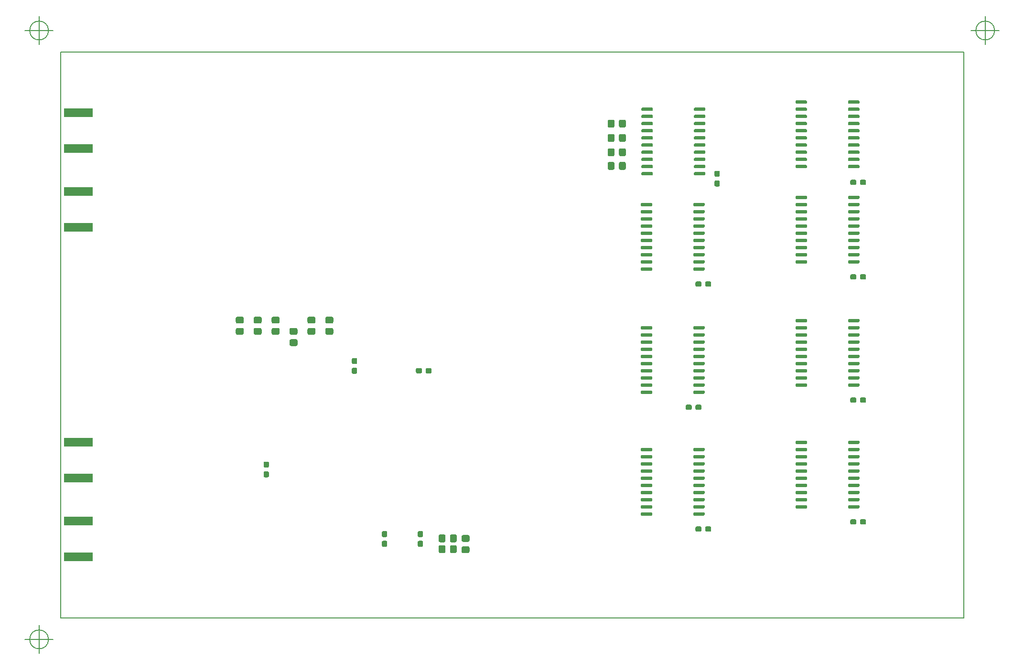
<source format=gbp>
G04 #@! TF.GenerationSoftware,KiCad,Pcbnew,5.1.10-88a1d61d58~88~ubuntu18.04.1*
G04 #@! TF.CreationDate,2022-09-15T09:05:11+02:00*
G04 #@! TF.ProjectId,FPGA_buffer_board,46504741-5f62-4756-9666-65725f626f61,v1.4*
G04 #@! TF.SameCoordinates,Original*
G04 #@! TF.FileFunction,Paste,Bot*
G04 #@! TF.FilePolarity,Positive*
%FSLAX46Y46*%
G04 Gerber Fmt 4.6, Leading zero omitted, Abs format (unit mm)*
G04 Created by KiCad (PCBNEW 5.1.10-88a1d61d58~88~ubuntu18.04.1) date 2022-09-15 09:05:11*
%MOMM*%
%LPD*%
G01*
G04 APERTURE LIST*
G04 #@! TA.AperFunction,Profile*
%ADD10C,0.200000*%
G04 #@! TD*
%ADD11R,5.080000X1.500000*%
G04 APERTURE END LIST*
D10*
X86756666Y-153670000D02*
G75*
G03*
X86756666Y-153670000I-1666666J0D01*
G01*
X82590000Y-153670000D02*
X87590000Y-153670000D01*
X85090000Y-151170000D02*
X85090000Y-156170000D01*
X254396666Y-45720000D02*
G75*
G03*
X254396666Y-45720000I-1666666J0D01*
G01*
X250230000Y-45720000D02*
X255230000Y-45720000D01*
X252730000Y-43220000D02*
X252730000Y-48220000D01*
X86756666Y-45720000D02*
G75*
G03*
X86756666Y-45720000I-1666666J0D01*
G01*
X82590000Y-45720000D02*
X87590000Y-45720000D01*
X85090000Y-43220000D02*
X85090000Y-48220000D01*
X248920000Y-149860000D02*
X88900000Y-149860000D01*
X248920000Y-49530000D02*
X248920000Y-149860000D01*
X88900000Y-49530000D02*
X248920000Y-49530000D01*
X88900000Y-149860000D02*
X88900000Y-49530000D01*
G36*
G01*
X187852000Y-62680001D02*
X187852000Y-61779999D01*
G75*
G02*
X188101999Y-61530000I249999J0D01*
G01*
X188802001Y-61530000D01*
G75*
G02*
X189052000Y-61779999I0J-249999D01*
G01*
X189052000Y-62680001D01*
G75*
G02*
X188802001Y-62930000I-249999J0D01*
G01*
X188101999Y-62930000D01*
G75*
G02*
X187852000Y-62680001I0J249999D01*
G01*
G37*
G36*
G01*
X185852000Y-62680001D02*
X185852000Y-61779999D01*
G75*
G02*
X186101999Y-61530000I249999J0D01*
G01*
X186802001Y-61530000D01*
G75*
G02*
X187052000Y-61779999I0J-249999D01*
G01*
X187052000Y-62680001D01*
G75*
G02*
X186802001Y-62930000I-249999J0D01*
G01*
X186101999Y-62930000D01*
G75*
G02*
X185852000Y-62680001I0J249999D01*
G01*
G37*
G36*
G01*
X187852000Y-65220001D02*
X187852000Y-64319999D01*
G75*
G02*
X188101999Y-64070000I249999J0D01*
G01*
X188802001Y-64070000D01*
G75*
G02*
X189052000Y-64319999I0J-249999D01*
G01*
X189052000Y-65220001D01*
G75*
G02*
X188802001Y-65470000I-249999J0D01*
G01*
X188101999Y-65470000D01*
G75*
G02*
X187852000Y-65220001I0J249999D01*
G01*
G37*
G36*
G01*
X185852000Y-65220001D02*
X185852000Y-64319999D01*
G75*
G02*
X186101999Y-64070000I249999J0D01*
G01*
X186802001Y-64070000D01*
G75*
G02*
X187052000Y-64319999I0J-249999D01*
G01*
X187052000Y-65220001D01*
G75*
G02*
X186802001Y-65470000I-249999J0D01*
G01*
X186101999Y-65470000D01*
G75*
G02*
X185852000Y-65220001I0J249999D01*
G01*
G37*
G36*
G01*
X187852000Y-67760001D02*
X187852000Y-66859999D01*
G75*
G02*
X188101999Y-66610000I249999J0D01*
G01*
X188802001Y-66610000D01*
G75*
G02*
X189052000Y-66859999I0J-249999D01*
G01*
X189052000Y-67760001D01*
G75*
G02*
X188802001Y-68010000I-249999J0D01*
G01*
X188101999Y-68010000D01*
G75*
G02*
X187852000Y-67760001I0J249999D01*
G01*
G37*
G36*
G01*
X185852000Y-67760001D02*
X185852000Y-66859999D01*
G75*
G02*
X186101999Y-66610000I249999J0D01*
G01*
X186802001Y-66610000D01*
G75*
G02*
X187052000Y-66859999I0J-249999D01*
G01*
X187052000Y-67760001D01*
G75*
G02*
X186802001Y-68010000I-249999J0D01*
G01*
X186101999Y-68010000D01*
G75*
G02*
X185852000Y-67760001I0J249999D01*
G01*
G37*
G36*
G01*
X187852000Y-70173001D02*
X187852000Y-69272999D01*
G75*
G02*
X188101999Y-69023000I249999J0D01*
G01*
X188802001Y-69023000D01*
G75*
G02*
X189052000Y-69272999I0J-249999D01*
G01*
X189052000Y-70173001D01*
G75*
G02*
X188802001Y-70423000I-249999J0D01*
G01*
X188101999Y-70423000D01*
G75*
G02*
X187852000Y-70173001I0J249999D01*
G01*
G37*
G36*
G01*
X185852000Y-70173001D02*
X185852000Y-69272999D01*
G75*
G02*
X186101999Y-69023000I249999J0D01*
G01*
X186802001Y-69023000D01*
G75*
G02*
X187052000Y-69272999I0J-249999D01*
G01*
X187052000Y-70173001D01*
G75*
G02*
X186802001Y-70423000I-249999J0D01*
G01*
X186101999Y-70423000D01*
G75*
G02*
X185852000Y-70173001I0J249999D01*
G01*
G37*
G36*
G01*
X157896000Y-136213001D02*
X157896000Y-135312999D01*
G75*
G02*
X158145999Y-135063000I249999J0D01*
G01*
X158846001Y-135063000D01*
G75*
G02*
X159096000Y-135312999I0J-249999D01*
G01*
X159096000Y-136213001D01*
G75*
G02*
X158846001Y-136463000I-249999J0D01*
G01*
X158145999Y-136463000D01*
G75*
G02*
X157896000Y-136213001I0J249999D01*
G01*
G37*
G36*
G01*
X155896000Y-136213001D02*
X155896000Y-135312999D01*
G75*
G02*
X156145999Y-135063000I249999J0D01*
G01*
X156846001Y-135063000D01*
G75*
G02*
X157096000Y-135312999I0J-249999D01*
G01*
X157096000Y-136213001D01*
G75*
G02*
X156846001Y-136463000I-249999J0D01*
G01*
X156145999Y-136463000D01*
G75*
G02*
X155896000Y-136213001I0J249999D01*
G01*
G37*
G36*
G01*
X157896000Y-138118001D02*
X157896000Y-137217999D01*
G75*
G02*
X158145999Y-136968000I249999J0D01*
G01*
X158846001Y-136968000D01*
G75*
G02*
X159096000Y-137217999I0J-249999D01*
G01*
X159096000Y-138118001D01*
G75*
G02*
X158846001Y-138368000I-249999J0D01*
G01*
X158145999Y-138368000D01*
G75*
G02*
X157896000Y-138118001I0J249999D01*
G01*
G37*
G36*
G01*
X155896000Y-138118001D02*
X155896000Y-137217999D01*
G75*
G02*
X156145999Y-136968000I249999J0D01*
G01*
X156846001Y-136968000D01*
G75*
G02*
X157096000Y-137217999I0J-249999D01*
G01*
X157096000Y-138118001D01*
G75*
G02*
X156846001Y-138368000I-249999J0D01*
G01*
X156145999Y-138368000D01*
G75*
G02*
X155896000Y-138118001I0J249999D01*
G01*
G37*
G36*
G01*
X160204999Y-137179000D02*
X161105001Y-137179000D01*
G75*
G02*
X161355000Y-137428999I0J-249999D01*
G01*
X161355000Y-138129001D01*
G75*
G02*
X161105001Y-138379000I-249999J0D01*
G01*
X160204999Y-138379000D01*
G75*
G02*
X159955000Y-138129001I0J249999D01*
G01*
X159955000Y-137428999D01*
G75*
G02*
X160204999Y-137179000I249999J0D01*
G01*
G37*
G36*
G01*
X160204999Y-135179000D02*
X161105001Y-135179000D01*
G75*
G02*
X161355000Y-135428999I0J-249999D01*
G01*
X161355000Y-136129001D01*
G75*
G02*
X161105001Y-136379000I-249999J0D01*
G01*
X160204999Y-136379000D01*
G75*
G02*
X159955000Y-136129001I0J249999D01*
G01*
X159955000Y-135428999D01*
G75*
G02*
X160204999Y-135179000I249999J0D01*
G01*
G37*
G36*
G01*
X201110000Y-71270000D02*
X201110000Y-70970000D01*
G75*
G02*
X201260000Y-70820000I150000J0D01*
G01*
X203010000Y-70820000D01*
G75*
G02*
X203160000Y-70970000I0J-150000D01*
G01*
X203160000Y-71270000D01*
G75*
G02*
X203010000Y-71420000I-150000J0D01*
G01*
X201260000Y-71420000D01*
G75*
G02*
X201110000Y-71270000I0J150000D01*
G01*
G37*
G36*
G01*
X201110000Y-70000000D02*
X201110000Y-69700000D01*
G75*
G02*
X201260000Y-69550000I150000J0D01*
G01*
X203010000Y-69550000D01*
G75*
G02*
X203160000Y-69700000I0J-150000D01*
G01*
X203160000Y-70000000D01*
G75*
G02*
X203010000Y-70150000I-150000J0D01*
G01*
X201260000Y-70150000D01*
G75*
G02*
X201110000Y-70000000I0J150000D01*
G01*
G37*
G36*
G01*
X201110000Y-68730000D02*
X201110000Y-68430000D01*
G75*
G02*
X201260000Y-68280000I150000J0D01*
G01*
X203010000Y-68280000D01*
G75*
G02*
X203160000Y-68430000I0J-150000D01*
G01*
X203160000Y-68730000D01*
G75*
G02*
X203010000Y-68880000I-150000J0D01*
G01*
X201260000Y-68880000D01*
G75*
G02*
X201110000Y-68730000I0J150000D01*
G01*
G37*
G36*
G01*
X201110000Y-67460000D02*
X201110000Y-67160000D01*
G75*
G02*
X201260000Y-67010000I150000J0D01*
G01*
X203010000Y-67010000D01*
G75*
G02*
X203160000Y-67160000I0J-150000D01*
G01*
X203160000Y-67460000D01*
G75*
G02*
X203010000Y-67610000I-150000J0D01*
G01*
X201260000Y-67610000D01*
G75*
G02*
X201110000Y-67460000I0J150000D01*
G01*
G37*
G36*
G01*
X201110000Y-66190000D02*
X201110000Y-65890000D01*
G75*
G02*
X201260000Y-65740000I150000J0D01*
G01*
X203010000Y-65740000D01*
G75*
G02*
X203160000Y-65890000I0J-150000D01*
G01*
X203160000Y-66190000D01*
G75*
G02*
X203010000Y-66340000I-150000J0D01*
G01*
X201260000Y-66340000D01*
G75*
G02*
X201110000Y-66190000I0J150000D01*
G01*
G37*
G36*
G01*
X201110000Y-64920000D02*
X201110000Y-64620000D01*
G75*
G02*
X201260000Y-64470000I150000J0D01*
G01*
X203010000Y-64470000D01*
G75*
G02*
X203160000Y-64620000I0J-150000D01*
G01*
X203160000Y-64920000D01*
G75*
G02*
X203010000Y-65070000I-150000J0D01*
G01*
X201260000Y-65070000D01*
G75*
G02*
X201110000Y-64920000I0J150000D01*
G01*
G37*
G36*
G01*
X201110000Y-63650000D02*
X201110000Y-63350000D01*
G75*
G02*
X201260000Y-63200000I150000J0D01*
G01*
X203010000Y-63200000D01*
G75*
G02*
X203160000Y-63350000I0J-150000D01*
G01*
X203160000Y-63650000D01*
G75*
G02*
X203010000Y-63800000I-150000J0D01*
G01*
X201260000Y-63800000D01*
G75*
G02*
X201110000Y-63650000I0J150000D01*
G01*
G37*
G36*
G01*
X201110000Y-62380000D02*
X201110000Y-62080000D01*
G75*
G02*
X201260000Y-61930000I150000J0D01*
G01*
X203010000Y-61930000D01*
G75*
G02*
X203160000Y-62080000I0J-150000D01*
G01*
X203160000Y-62380000D01*
G75*
G02*
X203010000Y-62530000I-150000J0D01*
G01*
X201260000Y-62530000D01*
G75*
G02*
X201110000Y-62380000I0J150000D01*
G01*
G37*
G36*
G01*
X201110000Y-61110000D02*
X201110000Y-60810000D01*
G75*
G02*
X201260000Y-60660000I150000J0D01*
G01*
X203010000Y-60660000D01*
G75*
G02*
X203160000Y-60810000I0J-150000D01*
G01*
X203160000Y-61110000D01*
G75*
G02*
X203010000Y-61260000I-150000J0D01*
G01*
X201260000Y-61260000D01*
G75*
G02*
X201110000Y-61110000I0J150000D01*
G01*
G37*
G36*
G01*
X201110000Y-59840000D02*
X201110000Y-59540000D01*
G75*
G02*
X201260000Y-59390000I150000J0D01*
G01*
X203010000Y-59390000D01*
G75*
G02*
X203160000Y-59540000I0J-150000D01*
G01*
X203160000Y-59840000D01*
G75*
G02*
X203010000Y-59990000I-150000J0D01*
G01*
X201260000Y-59990000D01*
G75*
G02*
X201110000Y-59840000I0J150000D01*
G01*
G37*
G36*
G01*
X191810000Y-59840000D02*
X191810000Y-59540000D01*
G75*
G02*
X191960000Y-59390000I150000J0D01*
G01*
X193710000Y-59390000D01*
G75*
G02*
X193860000Y-59540000I0J-150000D01*
G01*
X193860000Y-59840000D01*
G75*
G02*
X193710000Y-59990000I-150000J0D01*
G01*
X191960000Y-59990000D01*
G75*
G02*
X191810000Y-59840000I0J150000D01*
G01*
G37*
G36*
G01*
X191810000Y-61110000D02*
X191810000Y-60810000D01*
G75*
G02*
X191960000Y-60660000I150000J0D01*
G01*
X193710000Y-60660000D01*
G75*
G02*
X193860000Y-60810000I0J-150000D01*
G01*
X193860000Y-61110000D01*
G75*
G02*
X193710000Y-61260000I-150000J0D01*
G01*
X191960000Y-61260000D01*
G75*
G02*
X191810000Y-61110000I0J150000D01*
G01*
G37*
G36*
G01*
X191810000Y-62380000D02*
X191810000Y-62080000D01*
G75*
G02*
X191960000Y-61930000I150000J0D01*
G01*
X193710000Y-61930000D01*
G75*
G02*
X193860000Y-62080000I0J-150000D01*
G01*
X193860000Y-62380000D01*
G75*
G02*
X193710000Y-62530000I-150000J0D01*
G01*
X191960000Y-62530000D01*
G75*
G02*
X191810000Y-62380000I0J150000D01*
G01*
G37*
G36*
G01*
X191810000Y-63650000D02*
X191810000Y-63350000D01*
G75*
G02*
X191960000Y-63200000I150000J0D01*
G01*
X193710000Y-63200000D01*
G75*
G02*
X193860000Y-63350000I0J-150000D01*
G01*
X193860000Y-63650000D01*
G75*
G02*
X193710000Y-63800000I-150000J0D01*
G01*
X191960000Y-63800000D01*
G75*
G02*
X191810000Y-63650000I0J150000D01*
G01*
G37*
G36*
G01*
X191810000Y-64920000D02*
X191810000Y-64620000D01*
G75*
G02*
X191960000Y-64470000I150000J0D01*
G01*
X193710000Y-64470000D01*
G75*
G02*
X193860000Y-64620000I0J-150000D01*
G01*
X193860000Y-64920000D01*
G75*
G02*
X193710000Y-65070000I-150000J0D01*
G01*
X191960000Y-65070000D01*
G75*
G02*
X191810000Y-64920000I0J150000D01*
G01*
G37*
G36*
G01*
X191810000Y-66190000D02*
X191810000Y-65890000D01*
G75*
G02*
X191960000Y-65740000I150000J0D01*
G01*
X193710000Y-65740000D01*
G75*
G02*
X193860000Y-65890000I0J-150000D01*
G01*
X193860000Y-66190000D01*
G75*
G02*
X193710000Y-66340000I-150000J0D01*
G01*
X191960000Y-66340000D01*
G75*
G02*
X191810000Y-66190000I0J150000D01*
G01*
G37*
G36*
G01*
X191810000Y-67460000D02*
X191810000Y-67160000D01*
G75*
G02*
X191960000Y-67010000I150000J0D01*
G01*
X193710000Y-67010000D01*
G75*
G02*
X193860000Y-67160000I0J-150000D01*
G01*
X193860000Y-67460000D01*
G75*
G02*
X193710000Y-67610000I-150000J0D01*
G01*
X191960000Y-67610000D01*
G75*
G02*
X191810000Y-67460000I0J150000D01*
G01*
G37*
G36*
G01*
X191810000Y-68730000D02*
X191810000Y-68430000D01*
G75*
G02*
X191960000Y-68280000I150000J0D01*
G01*
X193710000Y-68280000D01*
G75*
G02*
X193860000Y-68430000I0J-150000D01*
G01*
X193860000Y-68730000D01*
G75*
G02*
X193710000Y-68880000I-150000J0D01*
G01*
X191960000Y-68880000D01*
G75*
G02*
X191810000Y-68730000I0J150000D01*
G01*
G37*
G36*
G01*
X191810000Y-70000000D02*
X191810000Y-69700000D01*
G75*
G02*
X191960000Y-69550000I150000J0D01*
G01*
X193710000Y-69550000D01*
G75*
G02*
X193860000Y-69700000I0J-150000D01*
G01*
X193860000Y-70000000D01*
G75*
G02*
X193710000Y-70150000I-150000J0D01*
G01*
X191960000Y-70150000D01*
G75*
G02*
X191810000Y-70000000I0J150000D01*
G01*
G37*
G36*
G01*
X191810000Y-71270000D02*
X191810000Y-70970000D01*
G75*
G02*
X191960000Y-70820000I150000J0D01*
G01*
X193710000Y-70820000D01*
G75*
G02*
X193860000Y-70970000I0J-150000D01*
G01*
X193860000Y-71270000D01*
G75*
G02*
X193710000Y-71420000I-150000J0D01*
G01*
X191960000Y-71420000D01*
G75*
G02*
X191810000Y-71270000I0J150000D01*
G01*
G37*
G36*
G01*
X219115000Y-108735000D02*
X219115000Y-108435000D01*
G75*
G02*
X219265000Y-108285000I150000J0D01*
G01*
X221015000Y-108285000D01*
G75*
G02*
X221165000Y-108435000I0J-150000D01*
G01*
X221165000Y-108735000D01*
G75*
G02*
X221015000Y-108885000I-150000J0D01*
G01*
X219265000Y-108885000D01*
G75*
G02*
X219115000Y-108735000I0J150000D01*
G01*
G37*
G36*
G01*
X219115000Y-107465000D02*
X219115000Y-107165000D01*
G75*
G02*
X219265000Y-107015000I150000J0D01*
G01*
X221015000Y-107015000D01*
G75*
G02*
X221165000Y-107165000I0J-150000D01*
G01*
X221165000Y-107465000D01*
G75*
G02*
X221015000Y-107615000I-150000J0D01*
G01*
X219265000Y-107615000D01*
G75*
G02*
X219115000Y-107465000I0J150000D01*
G01*
G37*
G36*
G01*
X219115000Y-106195000D02*
X219115000Y-105895000D01*
G75*
G02*
X219265000Y-105745000I150000J0D01*
G01*
X221015000Y-105745000D01*
G75*
G02*
X221165000Y-105895000I0J-150000D01*
G01*
X221165000Y-106195000D01*
G75*
G02*
X221015000Y-106345000I-150000J0D01*
G01*
X219265000Y-106345000D01*
G75*
G02*
X219115000Y-106195000I0J150000D01*
G01*
G37*
G36*
G01*
X219115000Y-104925000D02*
X219115000Y-104625000D01*
G75*
G02*
X219265000Y-104475000I150000J0D01*
G01*
X221015000Y-104475000D01*
G75*
G02*
X221165000Y-104625000I0J-150000D01*
G01*
X221165000Y-104925000D01*
G75*
G02*
X221015000Y-105075000I-150000J0D01*
G01*
X219265000Y-105075000D01*
G75*
G02*
X219115000Y-104925000I0J150000D01*
G01*
G37*
G36*
G01*
X219115000Y-103655000D02*
X219115000Y-103355000D01*
G75*
G02*
X219265000Y-103205000I150000J0D01*
G01*
X221015000Y-103205000D01*
G75*
G02*
X221165000Y-103355000I0J-150000D01*
G01*
X221165000Y-103655000D01*
G75*
G02*
X221015000Y-103805000I-150000J0D01*
G01*
X219265000Y-103805000D01*
G75*
G02*
X219115000Y-103655000I0J150000D01*
G01*
G37*
G36*
G01*
X219115000Y-102385000D02*
X219115000Y-102085000D01*
G75*
G02*
X219265000Y-101935000I150000J0D01*
G01*
X221015000Y-101935000D01*
G75*
G02*
X221165000Y-102085000I0J-150000D01*
G01*
X221165000Y-102385000D01*
G75*
G02*
X221015000Y-102535000I-150000J0D01*
G01*
X219265000Y-102535000D01*
G75*
G02*
X219115000Y-102385000I0J150000D01*
G01*
G37*
G36*
G01*
X219115000Y-101115000D02*
X219115000Y-100815000D01*
G75*
G02*
X219265000Y-100665000I150000J0D01*
G01*
X221015000Y-100665000D01*
G75*
G02*
X221165000Y-100815000I0J-150000D01*
G01*
X221165000Y-101115000D01*
G75*
G02*
X221015000Y-101265000I-150000J0D01*
G01*
X219265000Y-101265000D01*
G75*
G02*
X219115000Y-101115000I0J150000D01*
G01*
G37*
G36*
G01*
X219115000Y-99845000D02*
X219115000Y-99545000D01*
G75*
G02*
X219265000Y-99395000I150000J0D01*
G01*
X221015000Y-99395000D01*
G75*
G02*
X221165000Y-99545000I0J-150000D01*
G01*
X221165000Y-99845000D01*
G75*
G02*
X221015000Y-99995000I-150000J0D01*
G01*
X219265000Y-99995000D01*
G75*
G02*
X219115000Y-99845000I0J150000D01*
G01*
G37*
G36*
G01*
X219115000Y-98575000D02*
X219115000Y-98275000D01*
G75*
G02*
X219265000Y-98125000I150000J0D01*
G01*
X221015000Y-98125000D01*
G75*
G02*
X221165000Y-98275000I0J-150000D01*
G01*
X221165000Y-98575000D01*
G75*
G02*
X221015000Y-98725000I-150000J0D01*
G01*
X219265000Y-98725000D01*
G75*
G02*
X219115000Y-98575000I0J150000D01*
G01*
G37*
G36*
G01*
X219115000Y-97305000D02*
X219115000Y-97005000D01*
G75*
G02*
X219265000Y-96855000I150000J0D01*
G01*
X221015000Y-96855000D01*
G75*
G02*
X221165000Y-97005000I0J-150000D01*
G01*
X221165000Y-97305000D01*
G75*
G02*
X221015000Y-97455000I-150000J0D01*
G01*
X219265000Y-97455000D01*
G75*
G02*
X219115000Y-97305000I0J150000D01*
G01*
G37*
G36*
G01*
X228415000Y-97305000D02*
X228415000Y-97005000D01*
G75*
G02*
X228565000Y-96855000I150000J0D01*
G01*
X230315000Y-96855000D01*
G75*
G02*
X230465000Y-97005000I0J-150000D01*
G01*
X230465000Y-97305000D01*
G75*
G02*
X230315000Y-97455000I-150000J0D01*
G01*
X228565000Y-97455000D01*
G75*
G02*
X228415000Y-97305000I0J150000D01*
G01*
G37*
G36*
G01*
X228415000Y-98575000D02*
X228415000Y-98275000D01*
G75*
G02*
X228565000Y-98125000I150000J0D01*
G01*
X230315000Y-98125000D01*
G75*
G02*
X230465000Y-98275000I0J-150000D01*
G01*
X230465000Y-98575000D01*
G75*
G02*
X230315000Y-98725000I-150000J0D01*
G01*
X228565000Y-98725000D01*
G75*
G02*
X228415000Y-98575000I0J150000D01*
G01*
G37*
G36*
G01*
X228415000Y-99845000D02*
X228415000Y-99545000D01*
G75*
G02*
X228565000Y-99395000I150000J0D01*
G01*
X230315000Y-99395000D01*
G75*
G02*
X230465000Y-99545000I0J-150000D01*
G01*
X230465000Y-99845000D01*
G75*
G02*
X230315000Y-99995000I-150000J0D01*
G01*
X228565000Y-99995000D01*
G75*
G02*
X228415000Y-99845000I0J150000D01*
G01*
G37*
G36*
G01*
X228415000Y-101115000D02*
X228415000Y-100815000D01*
G75*
G02*
X228565000Y-100665000I150000J0D01*
G01*
X230315000Y-100665000D01*
G75*
G02*
X230465000Y-100815000I0J-150000D01*
G01*
X230465000Y-101115000D01*
G75*
G02*
X230315000Y-101265000I-150000J0D01*
G01*
X228565000Y-101265000D01*
G75*
G02*
X228415000Y-101115000I0J150000D01*
G01*
G37*
G36*
G01*
X228415000Y-102385000D02*
X228415000Y-102085000D01*
G75*
G02*
X228565000Y-101935000I150000J0D01*
G01*
X230315000Y-101935000D01*
G75*
G02*
X230465000Y-102085000I0J-150000D01*
G01*
X230465000Y-102385000D01*
G75*
G02*
X230315000Y-102535000I-150000J0D01*
G01*
X228565000Y-102535000D01*
G75*
G02*
X228415000Y-102385000I0J150000D01*
G01*
G37*
G36*
G01*
X228415000Y-103655000D02*
X228415000Y-103355000D01*
G75*
G02*
X228565000Y-103205000I150000J0D01*
G01*
X230315000Y-103205000D01*
G75*
G02*
X230465000Y-103355000I0J-150000D01*
G01*
X230465000Y-103655000D01*
G75*
G02*
X230315000Y-103805000I-150000J0D01*
G01*
X228565000Y-103805000D01*
G75*
G02*
X228415000Y-103655000I0J150000D01*
G01*
G37*
G36*
G01*
X228415000Y-104925000D02*
X228415000Y-104625000D01*
G75*
G02*
X228565000Y-104475000I150000J0D01*
G01*
X230315000Y-104475000D01*
G75*
G02*
X230465000Y-104625000I0J-150000D01*
G01*
X230465000Y-104925000D01*
G75*
G02*
X230315000Y-105075000I-150000J0D01*
G01*
X228565000Y-105075000D01*
G75*
G02*
X228415000Y-104925000I0J150000D01*
G01*
G37*
G36*
G01*
X228415000Y-106195000D02*
X228415000Y-105895000D01*
G75*
G02*
X228565000Y-105745000I150000J0D01*
G01*
X230315000Y-105745000D01*
G75*
G02*
X230465000Y-105895000I0J-150000D01*
G01*
X230465000Y-106195000D01*
G75*
G02*
X230315000Y-106345000I-150000J0D01*
G01*
X228565000Y-106345000D01*
G75*
G02*
X228415000Y-106195000I0J150000D01*
G01*
G37*
G36*
G01*
X228415000Y-107465000D02*
X228415000Y-107165000D01*
G75*
G02*
X228565000Y-107015000I150000J0D01*
G01*
X230315000Y-107015000D01*
G75*
G02*
X230465000Y-107165000I0J-150000D01*
G01*
X230465000Y-107465000D01*
G75*
G02*
X230315000Y-107615000I-150000J0D01*
G01*
X228565000Y-107615000D01*
G75*
G02*
X228415000Y-107465000I0J150000D01*
G01*
G37*
G36*
G01*
X228415000Y-108735000D02*
X228415000Y-108435000D01*
G75*
G02*
X228565000Y-108285000I150000J0D01*
G01*
X230315000Y-108285000D01*
G75*
G02*
X230465000Y-108435000I0J-150000D01*
G01*
X230465000Y-108735000D01*
G75*
G02*
X230315000Y-108885000I-150000J0D01*
G01*
X228565000Y-108885000D01*
G75*
G02*
X228415000Y-108735000I0J150000D01*
G01*
G37*
G36*
G01*
X219115000Y-130325000D02*
X219115000Y-130025000D01*
G75*
G02*
X219265000Y-129875000I150000J0D01*
G01*
X221015000Y-129875000D01*
G75*
G02*
X221165000Y-130025000I0J-150000D01*
G01*
X221165000Y-130325000D01*
G75*
G02*
X221015000Y-130475000I-150000J0D01*
G01*
X219265000Y-130475000D01*
G75*
G02*
X219115000Y-130325000I0J150000D01*
G01*
G37*
G36*
G01*
X219115000Y-129055000D02*
X219115000Y-128755000D01*
G75*
G02*
X219265000Y-128605000I150000J0D01*
G01*
X221015000Y-128605000D01*
G75*
G02*
X221165000Y-128755000I0J-150000D01*
G01*
X221165000Y-129055000D01*
G75*
G02*
X221015000Y-129205000I-150000J0D01*
G01*
X219265000Y-129205000D01*
G75*
G02*
X219115000Y-129055000I0J150000D01*
G01*
G37*
G36*
G01*
X219115000Y-127785000D02*
X219115000Y-127485000D01*
G75*
G02*
X219265000Y-127335000I150000J0D01*
G01*
X221015000Y-127335000D01*
G75*
G02*
X221165000Y-127485000I0J-150000D01*
G01*
X221165000Y-127785000D01*
G75*
G02*
X221015000Y-127935000I-150000J0D01*
G01*
X219265000Y-127935000D01*
G75*
G02*
X219115000Y-127785000I0J150000D01*
G01*
G37*
G36*
G01*
X219115000Y-126515000D02*
X219115000Y-126215000D01*
G75*
G02*
X219265000Y-126065000I150000J0D01*
G01*
X221015000Y-126065000D01*
G75*
G02*
X221165000Y-126215000I0J-150000D01*
G01*
X221165000Y-126515000D01*
G75*
G02*
X221015000Y-126665000I-150000J0D01*
G01*
X219265000Y-126665000D01*
G75*
G02*
X219115000Y-126515000I0J150000D01*
G01*
G37*
G36*
G01*
X219115000Y-125245000D02*
X219115000Y-124945000D01*
G75*
G02*
X219265000Y-124795000I150000J0D01*
G01*
X221015000Y-124795000D01*
G75*
G02*
X221165000Y-124945000I0J-150000D01*
G01*
X221165000Y-125245000D01*
G75*
G02*
X221015000Y-125395000I-150000J0D01*
G01*
X219265000Y-125395000D01*
G75*
G02*
X219115000Y-125245000I0J150000D01*
G01*
G37*
G36*
G01*
X219115000Y-123975000D02*
X219115000Y-123675000D01*
G75*
G02*
X219265000Y-123525000I150000J0D01*
G01*
X221015000Y-123525000D01*
G75*
G02*
X221165000Y-123675000I0J-150000D01*
G01*
X221165000Y-123975000D01*
G75*
G02*
X221015000Y-124125000I-150000J0D01*
G01*
X219265000Y-124125000D01*
G75*
G02*
X219115000Y-123975000I0J150000D01*
G01*
G37*
G36*
G01*
X219115000Y-122705000D02*
X219115000Y-122405000D01*
G75*
G02*
X219265000Y-122255000I150000J0D01*
G01*
X221015000Y-122255000D01*
G75*
G02*
X221165000Y-122405000I0J-150000D01*
G01*
X221165000Y-122705000D01*
G75*
G02*
X221015000Y-122855000I-150000J0D01*
G01*
X219265000Y-122855000D01*
G75*
G02*
X219115000Y-122705000I0J150000D01*
G01*
G37*
G36*
G01*
X219115000Y-121435000D02*
X219115000Y-121135000D01*
G75*
G02*
X219265000Y-120985000I150000J0D01*
G01*
X221015000Y-120985000D01*
G75*
G02*
X221165000Y-121135000I0J-150000D01*
G01*
X221165000Y-121435000D01*
G75*
G02*
X221015000Y-121585000I-150000J0D01*
G01*
X219265000Y-121585000D01*
G75*
G02*
X219115000Y-121435000I0J150000D01*
G01*
G37*
G36*
G01*
X219115000Y-120165000D02*
X219115000Y-119865000D01*
G75*
G02*
X219265000Y-119715000I150000J0D01*
G01*
X221015000Y-119715000D01*
G75*
G02*
X221165000Y-119865000I0J-150000D01*
G01*
X221165000Y-120165000D01*
G75*
G02*
X221015000Y-120315000I-150000J0D01*
G01*
X219265000Y-120315000D01*
G75*
G02*
X219115000Y-120165000I0J150000D01*
G01*
G37*
G36*
G01*
X219115000Y-118895000D02*
X219115000Y-118595000D01*
G75*
G02*
X219265000Y-118445000I150000J0D01*
G01*
X221015000Y-118445000D01*
G75*
G02*
X221165000Y-118595000I0J-150000D01*
G01*
X221165000Y-118895000D01*
G75*
G02*
X221015000Y-119045000I-150000J0D01*
G01*
X219265000Y-119045000D01*
G75*
G02*
X219115000Y-118895000I0J150000D01*
G01*
G37*
G36*
G01*
X228415000Y-118895000D02*
X228415000Y-118595000D01*
G75*
G02*
X228565000Y-118445000I150000J0D01*
G01*
X230315000Y-118445000D01*
G75*
G02*
X230465000Y-118595000I0J-150000D01*
G01*
X230465000Y-118895000D01*
G75*
G02*
X230315000Y-119045000I-150000J0D01*
G01*
X228565000Y-119045000D01*
G75*
G02*
X228415000Y-118895000I0J150000D01*
G01*
G37*
G36*
G01*
X228415000Y-120165000D02*
X228415000Y-119865000D01*
G75*
G02*
X228565000Y-119715000I150000J0D01*
G01*
X230315000Y-119715000D01*
G75*
G02*
X230465000Y-119865000I0J-150000D01*
G01*
X230465000Y-120165000D01*
G75*
G02*
X230315000Y-120315000I-150000J0D01*
G01*
X228565000Y-120315000D01*
G75*
G02*
X228415000Y-120165000I0J150000D01*
G01*
G37*
G36*
G01*
X228415000Y-121435000D02*
X228415000Y-121135000D01*
G75*
G02*
X228565000Y-120985000I150000J0D01*
G01*
X230315000Y-120985000D01*
G75*
G02*
X230465000Y-121135000I0J-150000D01*
G01*
X230465000Y-121435000D01*
G75*
G02*
X230315000Y-121585000I-150000J0D01*
G01*
X228565000Y-121585000D01*
G75*
G02*
X228415000Y-121435000I0J150000D01*
G01*
G37*
G36*
G01*
X228415000Y-122705000D02*
X228415000Y-122405000D01*
G75*
G02*
X228565000Y-122255000I150000J0D01*
G01*
X230315000Y-122255000D01*
G75*
G02*
X230465000Y-122405000I0J-150000D01*
G01*
X230465000Y-122705000D01*
G75*
G02*
X230315000Y-122855000I-150000J0D01*
G01*
X228565000Y-122855000D01*
G75*
G02*
X228415000Y-122705000I0J150000D01*
G01*
G37*
G36*
G01*
X228415000Y-123975000D02*
X228415000Y-123675000D01*
G75*
G02*
X228565000Y-123525000I150000J0D01*
G01*
X230315000Y-123525000D01*
G75*
G02*
X230465000Y-123675000I0J-150000D01*
G01*
X230465000Y-123975000D01*
G75*
G02*
X230315000Y-124125000I-150000J0D01*
G01*
X228565000Y-124125000D01*
G75*
G02*
X228415000Y-123975000I0J150000D01*
G01*
G37*
G36*
G01*
X228415000Y-125245000D02*
X228415000Y-124945000D01*
G75*
G02*
X228565000Y-124795000I150000J0D01*
G01*
X230315000Y-124795000D01*
G75*
G02*
X230465000Y-124945000I0J-150000D01*
G01*
X230465000Y-125245000D01*
G75*
G02*
X230315000Y-125395000I-150000J0D01*
G01*
X228565000Y-125395000D01*
G75*
G02*
X228415000Y-125245000I0J150000D01*
G01*
G37*
G36*
G01*
X228415000Y-126515000D02*
X228415000Y-126215000D01*
G75*
G02*
X228565000Y-126065000I150000J0D01*
G01*
X230315000Y-126065000D01*
G75*
G02*
X230465000Y-126215000I0J-150000D01*
G01*
X230465000Y-126515000D01*
G75*
G02*
X230315000Y-126665000I-150000J0D01*
G01*
X228565000Y-126665000D01*
G75*
G02*
X228415000Y-126515000I0J150000D01*
G01*
G37*
G36*
G01*
X228415000Y-127785000D02*
X228415000Y-127485000D01*
G75*
G02*
X228565000Y-127335000I150000J0D01*
G01*
X230315000Y-127335000D01*
G75*
G02*
X230465000Y-127485000I0J-150000D01*
G01*
X230465000Y-127785000D01*
G75*
G02*
X230315000Y-127935000I-150000J0D01*
G01*
X228565000Y-127935000D01*
G75*
G02*
X228415000Y-127785000I0J150000D01*
G01*
G37*
G36*
G01*
X228415000Y-129055000D02*
X228415000Y-128755000D01*
G75*
G02*
X228565000Y-128605000I150000J0D01*
G01*
X230315000Y-128605000D01*
G75*
G02*
X230465000Y-128755000I0J-150000D01*
G01*
X230465000Y-129055000D01*
G75*
G02*
X230315000Y-129205000I-150000J0D01*
G01*
X228565000Y-129205000D01*
G75*
G02*
X228415000Y-129055000I0J150000D01*
G01*
G37*
G36*
G01*
X228415000Y-130325000D02*
X228415000Y-130025000D01*
G75*
G02*
X228565000Y-129875000I150000J0D01*
G01*
X230315000Y-129875000D01*
G75*
G02*
X230465000Y-130025000I0J-150000D01*
G01*
X230465000Y-130325000D01*
G75*
G02*
X230315000Y-130475000I-150000J0D01*
G01*
X228565000Y-130475000D01*
G75*
G02*
X228415000Y-130325000I0J150000D01*
G01*
G37*
D11*
X92075000Y-132715000D03*
X92075000Y-139065000D03*
X92075000Y-125095000D03*
X92075000Y-118745000D03*
G36*
G01*
X200983000Y-88161000D02*
X200983000Y-87861000D01*
G75*
G02*
X201133000Y-87711000I150000J0D01*
G01*
X202883000Y-87711000D01*
G75*
G02*
X203033000Y-87861000I0J-150000D01*
G01*
X203033000Y-88161000D01*
G75*
G02*
X202883000Y-88311000I-150000J0D01*
G01*
X201133000Y-88311000D01*
G75*
G02*
X200983000Y-88161000I0J150000D01*
G01*
G37*
G36*
G01*
X200983000Y-86891000D02*
X200983000Y-86591000D01*
G75*
G02*
X201133000Y-86441000I150000J0D01*
G01*
X202883000Y-86441000D01*
G75*
G02*
X203033000Y-86591000I0J-150000D01*
G01*
X203033000Y-86891000D01*
G75*
G02*
X202883000Y-87041000I-150000J0D01*
G01*
X201133000Y-87041000D01*
G75*
G02*
X200983000Y-86891000I0J150000D01*
G01*
G37*
G36*
G01*
X200983000Y-85621000D02*
X200983000Y-85321000D01*
G75*
G02*
X201133000Y-85171000I150000J0D01*
G01*
X202883000Y-85171000D01*
G75*
G02*
X203033000Y-85321000I0J-150000D01*
G01*
X203033000Y-85621000D01*
G75*
G02*
X202883000Y-85771000I-150000J0D01*
G01*
X201133000Y-85771000D01*
G75*
G02*
X200983000Y-85621000I0J150000D01*
G01*
G37*
G36*
G01*
X200983000Y-84351000D02*
X200983000Y-84051000D01*
G75*
G02*
X201133000Y-83901000I150000J0D01*
G01*
X202883000Y-83901000D01*
G75*
G02*
X203033000Y-84051000I0J-150000D01*
G01*
X203033000Y-84351000D01*
G75*
G02*
X202883000Y-84501000I-150000J0D01*
G01*
X201133000Y-84501000D01*
G75*
G02*
X200983000Y-84351000I0J150000D01*
G01*
G37*
G36*
G01*
X200983000Y-83081000D02*
X200983000Y-82781000D01*
G75*
G02*
X201133000Y-82631000I150000J0D01*
G01*
X202883000Y-82631000D01*
G75*
G02*
X203033000Y-82781000I0J-150000D01*
G01*
X203033000Y-83081000D01*
G75*
G02*
X202883000Y-83231000I-150000J0D01*
G01*
X201133000Y-83231000D01*
G75*
G02*
X200983000Y-83081000I0J150000D01*
G01*
G37*
G36*
G01*
X200983000Y-81811000D02*
X200983000Y-81511000D01*
G75*
G02*
X201133000Y-81361000I150000J0D01*
G01*
X202883000Y-81361000D01*
G75*
G02*
X203033000Y-81511000I0J-150000D01*
G01*
X203033000Y-81811000D01*
G75*
G02*
X202883000Y-81961000I-150000J0D01*
G01*
X201133000Y-81961000D01*
G75*
G02*
X200983000Y-81811000I0J150000D01*
G01*
G37*
G36*
G01*
X200983000Y-80541000D02*
X200983000Y-80241000D01*
G75*
G02*
X201133000Y-80091000I150000J0D01*
G01*
X202883000Y-80091000D01*
G75*
G02*
X203033000Y-80241000I0J-150000D01*
G01*
X203033000Y-80541000D01*
G75*
G02*
X202883000Y-80691000I-150000J0D01*
G01*
X201133000Y-80691000D01*
G75*
G02*
X200983000Y-80541000I0J150000D01*
G01*
G37*
G36*
G01*
X200983000Y-79271000D02*
X200983000Y-78971000D01*
G75*
G02*
X201133000Y-78821000I150000J0D01*
G01*
X202883000Y-78821000D01*
G75*
G02*
X203033000Y-78971000I0J-150000D01*
G01*
X203033000Y-79271000D01*
G75*
G02*
X202883000Y-79421000I-150000J0D01*
G01*
X201133000Y-79421000D01*
G75*
G02*
X200983000Y-79271000I0J150000D01*
G01*
G37*
G36*
G01*
X200983000Y-78001000D02*
X200983000Y-77701000D01*
G75*
G02*
X201133000Y-77551000I150000J0D01*
G01*
X202883000Y-77551000D01*
G75*
G02*
X203033000Y-77701000I0J-150000D01*
G01*
X203033000Y-78001000D01*
G75*
G02*
X202883000Y-78151000I-150000J0D01*
G01*
X201133000Y-78151000D01*
G75*
G02*
X200983000Y-78001000I0J150000D01*
G01*
G37*
G36*
G01*
X200983000Y-76731000D02*
X200983000Y-76431000D01*
G75*
G02*
X201133000Y-76281000I150000J0D01*
G01*
X202883000Y-76281000D01*
G75*
G02*
X203033000Y-76431000I0J-150000D01*
G01*
X203033000Y-76731000D01*
G75*
G02*
X202883000Y-76881000I-150000J0D01*
G01*
X201133000Y-76881000D01*
G75*
G02*
X200983000Y-76731000I0J150000D01*
G01*
G37*
G36*
G01*
X191683000Y-76731000D02*
X191683000Y-76431000D01*
G75*
G02*
X191833000Y-76281000I150000J0D01*
G01*
X193583000Y-76281000D01*
G75*
G02*
X193733000Y-76431000I0J-150000D01*
G01*
X193733000Y-76731000D01*
G75*
G02*
X193583000Y-76881000I-150000J0D01*
G01*
X191833000Y-76881000D01*
G75*
G02*
X191683000Y-76731000I0J150000D01*
G01*
G37*
G36*
G01*
X191683000Y-78001000D02*
X191683000Y-77701000D01*
G75*
G02*
X191833000Y-77551000I150000J0D01*
G01*
X193583000Y-77551000D01*
G75*
G02*
X193733000Y-77701000I0J-150000D01*
G01*
X193733000Y-78001000D01*
G75*
G02*
X193583000Y-78151000I-150000J0D01*
G01*
X191833000Y-78151000D01*
G75*
G02*
X191683000Y-78001000I0J150000D01*
G01*
G37*
G36*
G01*
X191683000Y-79271000D02*
X191683000Y-78971000D01*
G75*
G02*
X191833000Y-78821000I150000J0D01*
G01*
X193583000Y-78821000D01*
G75*
G02*
X193733000Y-78971000I0J-150000D01*
G01*
X193733000Y-79271000D01*
G75*
G02*
X193583000Y-79421000I-150000J0D01*
G01*
X191833000Y-79421000D01*
G75*
G02*
X191683000Y-79271000I0J150000D01*
G01*
G37*
G36*
G01*
X191683000Y-80541000D02*
X191683000Y-80241000D01*
G75*
G02*
X191833000Y-80091000I150000J0D01*
G01*
X193583000Y-80091000D01*
G75*
G02*
X193733000Y-80241000I0J-150000D01*
G01*
X193733000Y-80541000D01*
G75*
G02*
X193583000Y-80691000I-150000J0D01*
G01*
X191833000Y-80691000D01*
G75*
G02*
X191683000Y-80541000I0J150000D01*
G01*
G37*
G36*
G01*
X191683000Y-81811000D02*
X191683000Y-81511000D01*
G75*
G02*
X191833000Y-81361000I150000J0D01*
G01*
X193583000Y-81361000D01*
G75*
G02*
X193733000Y-81511000I0J-150000D01*
G01*
X193733000Y-81811000D01*
G75*
G02*
X193583000Y-81961000I-150000J0D01*
G01*
X191833000Y-81961000D01*
G75*
G02*
X191683000Y-81811000I0J150000D01*
G01*
G37*
G36*
G01*
X191683000Y-83081000D02*
X191683000Y-82781000D01*
G75*
G02*
X191833000Y-82631000I150000J0D01*
G01*
X193583000Y-82631000D01*
G75*
G02*
X193733000Y-82781000I0J-150000D01*
G01*
X193733000Y-83081000D01*
G75*
G02*
X193583000Y-83231000I-150000J0D01*
G01*
X191833000Y-83231000D01*
G75*
G02*
X191683000Y-83081000I0J150000D01*
G01*
G37*
G36*
G01*
X191683000Y-84351000D02*
X191683000Y-84051000D01*
G75*
G02*
X191833000Y-83901000I150000J0D01*
G01*
X193583000Y-83901000D01*
G75*
G02*
X193733000Y-84051000I0J-150000D01*
G01*
X193733000Y-84351000D01*
G75*
G02*
X193583000Y-84501000I-150000J0D01*
G01*
X191833000Y-84501000D01*
G75*
G02*
X191683000Y-84351000I0J150000D01*
G01*
G37*
G36*
G01*
X191683000Y-85621000D02*
X191683000Y-85321000D01*
G75*
G02*
X191833000Y-85171000I150000J0D01*
G01*
X193583000Y-85171000D01*
G75*
G02*
X193733000Y-85321000I0J-150000D01*
G01*
X193733000Y-85621000D01*
G75*
G02*
X193583000Y-85771000I-150000J0D01*
G01*
X191833000Y-85771000D01*
G75*
G02*
X191683000Y-85621000I0J150000D01*
G01*
G37*
G36*
G01*
X191683000Y-86891000D02*
X191683000Y-86591000D01*
G75*
G02*
X191833000Y-86441000I150000J0D01*
G01*
X193583000Y-86441000D01*
G75*
G02*
X193733000Y-86591000I0J-150000D01*
G01*
X193733000Y-86891000D01*
G75*
G02*
X193583000Y-87041000I-150000J0D01*
G01*
X191833000Y-87041000D01*
G75*
G02*
X191683000Y-86891000I0J150000D01*
G01*
G37*
G36*
G01*
X191683000Y-88161000D02*
X191683000Y-87861000D01*
G75*
G02*
X191833000Y-87711000I150000J0D01*
G01*
X193583000Y-87711000D01*
G75*
G02*
X193733000Y-87861000I0J-150000D01*
G01*
X193733000Y-88161000D01*
G75*
G02*
X193583000Y-88311000I-150000J0D01*
G01*
X191833000Y-88311000D01*
G75*
G02*
X191683000Y-88161000I0J150000D01*
G01*
G37*
G36*
G01*
X191683000Y-110005000D02*
X191683000Y-109705000D01*
G75*
G02*
X191833000Y-109555000I150000J0D01*
G01*
X193583000Y-109555000D01*
G75*
G02*
X193733000Y-109705000I0J-150000D01*
G01*
X193733000Y-110005000D01*
G75*
G02*
X193583000Y-110155000I-150000J0D01*
G01*
X191833000Y-110155000D01*
G75*
G02*
X191683000Y-110005000I0J150000D01*
G01*
G37*
G36*
G01*
X191683000Y-108735000D02*
X191683000Y-108435000D01*
G75*
G02*
X191833000Y-108285000I150000J0D01*
G01*
X193583000Y-108285000D01*
G75*
G02*
X193733000Y-108435000I0J-150000D01*
G01*
X193733000Y-108735000D01*
G75*
G02*
X193583000Y-108885000I-150000J0D01*
G01*
X191833000Y-108885000D01*
G75*
G02*
X191683000Y-108735000I0J150000D01*
G01*
G37*
G36*
G01*
X191683000Y-107465000D02*
X191683000Y-107165000D01*
G75*
G02*
X191833000Y-107015000I150000J0D01*
G01*
X193583000Y-107015000D01*
G75*
G02*
X193733000Y-107165000I0J-150000D01*
G01*
X193733000Y-107465000D01*
G75*
G02*
X193583000Y-107615000I-150000J0D01*
G01*
X191833000Y-107615000D01*
G75*
G02*
X191683000Y-107465000I0J150000D01*
G01*
G37*
G36*
G01*
X191683000Y-106195000D02*
X191683000Y-105895000D01*
G75*
G02*
X191833000Y-105745000I150000J0D01*
G01*
X193583000Y-105745000D01*
G75*
G02*
X193733000Y-105895000I0J-150000D01*
G01*
X193733000Y-106195000D01*
G75*
G02*
X193583000Y-106345000I-150000J0D01*
G01*
X191833000Y-106345000D01*
G75*
G02*
X191683000Y-106195000I0J150000D01*
G01*
G37*
G36*
G01*
X191683000Y-104925000D02*
X191683000Y-104625000D01*
G75*
G02*
X191833000Y-104475000I150000J0D01*
G01*
X193583000Y-104475000D01*
G75*
G02*
X193733000Y-104625000I0J-150000D01*
G01*
X193733000Y-104925000D01*
G75*
G02*
X193583000Y-105075000I-150000J0D01*
G01*
X191833000Y-105075000D01*
G75*
G02*
X191683000Y-104925000I0J150000D01*
G01*
G37*
G36*
G01*
X191683000Y-103655000D02*
X191683000Y-103355000D01*
G75*
G02*
X191833000Y-103205000I150000J0D01*
G01*
X193583000Y-103205000D01*
G75*
G02*
X193733000Y-103355000I0J-150000D01*
G01*
X193733000Y-103655000D01*
G75*
G02*
X193583000Y-103805000I-150000J0D01*
G01*
X191833000Y-103805000D01*
G75*
G02*
X191683000Y-103655000I0J150000D01*
G01*
G37*
G36*
G01*
X191683000Y-102385000D02*
X191683000Y-102085000D01*
G75*
G02*
X191833000Y-101935000I150000J0D01*
G01*
X193583000Y-101935000D01*
G75*
G02*
X193733000Y-102085000I0J-150000D01*
G01*
X193733000Y-102385000D01*
G75*
G02*
X193583000Y-102535000I-150000J0D01*
G01*
X191833000Y-102535000D01*
G75*
G02*
X191683000Y-102385000I0J150000D01*
G01*
G37*
G36*
G01*
X191683000Y-101115000D02*
X191683000Y-100815000D01*
G75*
G02*
X191833000Y-100665000I150000J0D01*
G01*
X193583000Y-100665000D01*
G75*
G02*
X193733000Y-100815000I0J-150000D01*
G01*
X193733000Y-101115000D01*
G75*
G02*
X193583000Y-101265000I-150000J0D01*
G01*
X191833000Y-101265000D01*
G75*
G02*
X191683000Y-101115000I0J150000D01*
G01*
G37*
G36*
G01*
X191683000Y-99845000D02*
X191683000Y-99545000D01*
G75*
G02*
X191833000Y-99395000I150000J0D01*
G01*
X193583000Y-99395000D01*
G75*
G02*
X193733000Y-99545000I0J-150000D01*
G01*
X193733000Y-99845000D01*
G75*
G02*
X193583000Y-99995000I-150000J0D01*
G01*
X191833000Y-99995000D01*
G75*
G02*
X191683000Y-99845000I0J150000D01*
G01*
G37*
G36*
G01*
X191683000Y-98575000D02*
X191683000Y-98275000D01*
G75*
G02*
X191833000Y-98125000I150000J0D01*
G01*
X193583000Y-98125000D01*
G75*
G02*
X193733000Y-98275000I0J-150000D01*
G01*
X193733000Y-98575000D01*
G75*
G02*
X193583000Y-98725000I-150000J0D01*
G01*
X191833000Y-98725000D01*
G75*
G02*
X191683000Y-98575000I0J150000D01*
G01*
G37*
G36*
G01*
X200983000Y-98575000D02*
X200983000Y-98275000D01*
G75*
G02*
X201133000Y-98125000I150000J0D01*
G01*
X202883000Y-98125000D01*
G75*
G02*
X203033000Y-98275000I0J-150000D01*
G01*
X203033000Y-98575000D01*
G75*
G02*
X202883000Y-98725000I-150000J0D01*
G01*
X201133000Y-98725000D01*
G75*
G02*
X200983000Y-98575000I0J150000D01*
G01*
G37*
G36*
G01*
X200983000Y-99845000D02*
X200983000Y-99545000D01*
G75*
G02*
X201133000Y-99395000I150000J0D01*
G01*
X202883000Y-99395000D01*
G75*
G02*
X203033000Y-99545000I0J-150000D01*
G01*
X203033000Y-99845000D01*
G75*
G02*
X202883000Y-99995000I-150000J0D01*
G01*
X201133000Y-99995000D01*
G75*
G02*
X200983000Y-99845000I0J150000D01*
G01*
G37*
G36*
G01*
X200983000Y-101115000D02*
X200983000Y-100815000D01*
G75*
G02*
X201133000Y-100665000I150000J0D01*
G01*
X202883000Y-100665000D01*
G75*
G02*
X203033000Y-100815000I0J-150000D01*
G01*
X203033000Y-101115000D01*
G75*
G02*
X202883000Y-101265000I-150000J0D01*
G01*
X201133000Y-101265000D01*
G75*
G02*
X200983000Y-101115000I0J150000D01*
G01*
G37*
G36*
G01*
X200983000Y-102385000D02*
X200983000Y-102085000D01*
G75*
G02*
X201133000Y-101935000I150000J0D01*
G01*
X202883000Y-101935000D01*
G75*
G02*
X203033000Y-102085000I0J-150000D01*
G01*
X203033000Y-102385000D01*
G75*
G02*
X202883000Y-102535000I-150000J0D01*
G01*
X201133000Y-102535000D01*
G75*
G02*
X200983000Y-102385000I0J150000D01*
G01*
G37*
G36*
G01*
X200983000Y-103655000D02*
X200983000Y-103355000D01*
G75*
G02*
X201133000Y-103205000I150000J0D01*
G01*
X202883000Y-103205000D01*
G75*
G02*
X203033000Y-103355000I0J-150000D01*
G01*
X203033000Y-103655000D01*
G75*
G02*
X202883000Y-103805000I-150000J0D01*
G01*
X201133000Y-103805000D01*
G75*
G02*
X200983000Y-103655000I0J150000D01*
G01*
G37*
G36*
G01*
X200983000Y-104925000D02*
X200983000Y-104625000D01*
G75*
G02*
X201133000Y-104475000I150000J0D01*
G01*
X202883000Y-104475000D01*
G75*
G02*
X203033000Y-104625000I0J-150000D01*
G01*
X203033000Y-104925000D01*
G75*
G02*
X202883000Y-105075000I-150000J0D01*
G01*
X201133000Y-105075000D01*
G75*
G02*
X200983000Y-104925000I0J150000D01*
G01*
G37*
G36*
G01*
X200983000Y-106195000D02*
X200983000Y-105895000D01*
G75*
G02*
X201133000Y-105745000I150000J0D01*
G01*
X202883000Y-105745000D01*
G75*
G02*
X203033000Y-105895000I0J-150000D01*
G01*
X203033000Y-106195000D01*
G75*
G02*
X202883000Y-106345000I-150000J0D01*
G01*
X201133000Y-106345000D01*
G75*
G02*
X200983000Y-106195000I0J150000D01*
G01*
G37*
G36*
G01*
X200983000Y-107465000D02*
X200983000Y-107165000D01*
G75*
G02*
X201133000Y-107015000I150000J0D01*
G01*
X202883000Y-107015000D01*
G75*
G02*
X203033000Y-107165000I0J-150000D01*
G01*
X203033000Y-107465000D01*
G75*
G02*
X202883000Y-107615000I-150000J0D01*
G01*
X201133000Y-107615000D01*
G75*
G02*
X200983000Y-107465000I0J150000D01*
G01*
G37*
G36*
G01*
X200983000Y-108735000D02*
X200983000Y-108435000D01*
G75*
G02*
X201133000Y-108285000I150000J0D01*
G01*
X202883000Y-108285000D01*
G75*
G02*
X203033000Y-108435000I0J-150000D01*
G01*
X203033000Y-108735000D01*
G75*
G02*
X202883000Y-108885000I-150000J0D01*
G01*
X201133000Y-108885000D01*
G75*
G02*
X200983000Y-108735000I0J150000D01*
G01*
G37*
G36*
G01*
X200983000Y-110005000D02*
X200983000Y-109705000D01*
G75*
G02*
X201133000Y-109555000I150000J0D01*
G01*
X202883000Y-109555000D01*
G75*
G02*
X203033000Y-109705000I0J-150000D01*
G01*
X203033000Y-110005000D01*
G75*
G02*
X202883000Y-110155000I-150000J0D01*
G01*
X201133000Y-110155000D01*
G75*
G02*
X200983000Y-110005000I0J150000D01*
G01*
G37*
G36*
G01*
X191683000Y-131595000D02*
X191683000Y-131295000D01*
G75*
G02*
X191833000Y-131145000I150000J0D01*
G01*
X193583000Y-131145000D01*
G75*
G02*
X193733000Y-131295000I0J-150000D01*
G01*
X193733000Y-131595000D01*
G75*
G02*
X193583000Y-131745000I-150000J0D01*
G01*
X191833000Y-131745000D01*
G75*
G02*
X191683000Y-131595000I0J150000D01*
G01*
G37*
G36*
G01*
X191683000Y-130325000D02*
X191683000Y-130025000D01*
G75*
G02*
X191833000Y-129875000I150000J0D01*
G01*
X193583000Y-129875000D01*
G75*
G02*
X193733000Y-130025000I0J-150000D01*
G01*
X193733000Y-130325000D01*
G75*
G02*
X193583000Y-130475000I-150000J0D01*
G01*
X191833000Y-130475000D01*
G75*
G02*
X191683000Y-130325000I0J150000D01*
G01*
G37*
G36*
G01*
X191683000Y-129055000D02*
X191683000Y-128755000D01*
G75*
G02*
X191833000Y-128605000I150000J0D01*
G01*
X193583000Y-128605000D01*
G75*
G02*
X193733000Y-128755000I0J-150000D01*
G01*
X193733000Y-129055000D01*
G75*
G02*
X193583000Y-129205000I-150000J0D01*
G01*
X191833000Y-129205000D01*
G75*
G02*
X191683000Y-129055000I0J150000D01*
G01*
G37*
G36*
G01*
X191683000Y-127785000D02*
X191683000Y-127485000D01*
G75*
G02*
X191833000Y-127335000I150000J0D01*
G01*
X193583000Y-127335000D01*
G75*
G02*
X193733000Y-127485000I0J-150000D01*
G01*
X193733000Y-127785000D01*
G75*
G02*
X193583000Y-127935000I-150000J0D01*
G01*
X191833000Y-127935000D01*
G75*
G02*
X191683000Y-127785000I0J150000D01*
G01*
G37*
G36*
G01*
X191683000Y-126515000D02*
X191683000Y-126215000D01*
G75*
G02*
X191833000Y-126065000I150000J0D01*
G01*
X193583000Y-126065000D01*
G75*
G02*
X193733000Y-126215000I0J-150000D01*
G01*
X193733000Y-126515000D01*
G75*
G02*
X193583000Y-126665000I-150000J0D01*
G01*
X191833000Y-126665000D01*
G75*
G02*
X191683000Y-126515000I0J150000D01*
G01*
G37*
G36*
G01*
X191683000Y-125245000D02*
X191683000Y-124945000D01*
G75*
G02*
X191833000Y-124795000I150000J0D01*
G01*
X193583000Y-124795000D01*
G75*
G02*
X193733000Y-124945000I0J-150000D01*
G01*
X193733000Y-125245000D01*
G75*
G02*
X193583000Y-125395000I-150000J0D01*
G01*
X191833000Y-125395000D01*
G75*
G02*
X191683000Y-125245000I0J150000D01*
G01*
G37*
G36*
G01*
X191683000Y-123975000D02*
X191683000Y-123675000D01*
G75*
G02*
X191833000Y-123525000I150000J0D01*
G01*
X193583000Y-123525000D01*
G75*
G02*
X193733000Y-123675000I0J-150000D01*
G01*
X193733000Y-123975000D01*
G75*
G02*
X193583000Y-124125000I-150000J0D01*
G01*
X191833000Y-124125000D01*
G75*
G02*
X191683000Y-123975000I0J150000D01*
G01*
G37*
G36*
G01*
X191683000Y-122705000D02*
X191683000Y-122405000D01*
G75*
G02*
X191833000Y-122255000I150000J0D01*
G01*
X193583000Y-122255000D01*
G75*
G02*
X193733000Y-122405000I0J-150000D01*
G01*
X193733000Y-122705000D01*
G75*
G02*
X193583000Y-122855000I-150000J0D01*
G01*
X191833000Y-122855000D01*
G75*
G02*
X191683000Y-122705000I0J150000D01*
G01*
G37*
G36*
G01*
X191683000Y-121435000D02*
X191683000Y-121135000D01*
G75*
G02*
X191833000Y-120985000I150000J0D01*
G01*
X193583000Y-120985000D01*
G75*
G02*
X193733000Y-121135000I0J-150000D01*
G01*
X193733000Y-121435000D01*
G75*
G02*
X193583000Y-121585000I-150000J0D01*
G01*
X191833000Y-121585000D01*
G75*
G02*
X191683000Y-121435000I0J150000D01*
G01*
G37*
G36*
G01*
X191683000Y-120165000D02*
X191683000Y-119865000D01*
G75*
G02*
X191833000Y-119715000I150000J0D01*
G01*
X193583000Y-119715000D01*
G75*
G02*
X193733000Y-119865000I0J-150000D01*
G01*
X193733000Y-120165000D01*
G75*
G02*
X193583000Y-120315000I-150000J0D01*
G01*
X191833000Y-120315000D01*
G75*
G02*
X191683000Y-120165000I0J150000D01*
G01*
G37*
G36*
G01*
X200983000Y-120165000D02*
X200983000Y-119865000D01*
G75*
G02*
X201133000Y-119715000I150000J0D01*
G01*
X202883000Y-119715000D01*
G75*
G02*
X203033000Y-119865000I0J-150000D01*
G01*
X203033000Y-120165000D01*
G75*
G02*
X202883000Y-120315000I-150000J0D01*
G01*
X201133000Y-120315000D01*
G75*
G02*
X200983000Y-120165000I0J150000D01*
G01*
G37*
G36*
G01*
X200983000Y-121435000D02*
X200983000Y-121135000D01*
G75*
G02*
X201133000Y-120985000I150000J0D01*
G01*
X202883000Y-120985000D01*
G75*
G02*
X203033000Y-121135000I0J-150000D01*
G01*
X203033000Y-121435000D01*
G75*
G02*
X202883000Y-121585000I-150000J0D01*
G01*
X201133000Y-121585000D01*
G75*
G02*
X200983000Y-121435000I0J150000D01*
G01*
G37*
G36*
G01*
X200983000Y-122705000D02*
X200983000Y-122405000D01*
G75*
G02*
X201133000Y-122255000I150000J0D01*
G01*
X202883000Y-122255000D01*
G75*
G02*
X203033000Y-122405000I0J-150000D01*
G01*
X203033000Y-122705000D01*
G75*
G02*
X202883000Y-122855000I-150000J0D01*
G01*
X201133000Y-122855000D01*
G75*
G02*
X200983000Y-122705000I0J150000D01*
G01*
G37*
G36*
G01*
X200983000Y-123975000D02*
X200983000Y-123675000D01*
G75*
G02*
X201133000Y-123525000I150000J0D01*
G01*
X202883000Y-123525000D01*
G75*
G02*
X203033000Y-123675000I0J-150000D01*
G01*
X203033000Y-123975000D01*
G75*
G02*
X202883000Y-124125000I-150000J0D01*
G01*
X201133000Y-124125000D01*
G75*
G02*
X200983000Y-123975000I0J150000D01*
G01*
G37*
G36*
G01*
X200983000Y-125245000D02*
X200983000Y-124945000D01*
G75*
G02*
X201133000Y-124795000I150000J0D01*
G01*
X202883000Y-124795000D01*
G75*
G02*
X203033000Y-124945000I0J-150000D01*
G01*
X203033000Y-125245000D01*
G75*
G02*
X202883000Y-125395000I-150000J0D01*
G01*
X201133000Y-125395000D01*
G75*
G02*
X200983000Y-125245000I0J150000D01*
G01*
G37*
G36*
G01*
X200983000Y-126515000D02*
X200983000Y-126215000D01*
G75*
G02*
X201133000Y-126065000I150000J0D01*
G01*
X202883000Y-126065000D01*
G75*
G02*
X203033000Y-126215000I0J-150000D01*
G01*
X203033000Y-126515000D01*
G75*
G02*
X202883000Y-126665000I-150000J0D01*
G01*
X201133000Y-126665000D01*
G75*
G02*
X200983000Y-126515000I0J150000D01*
G01*
G37*
G36*
G01*
X200983000Y-127785000D02*
X200983000Y-127485000D01*
G75*
G02*
X201133000Y-127335000I150000J0D01*
G01*
X202883000Y-127335000D01*
G75*
G02*
X203033000Y-127485000I0J-150000D01*
G01*
X203033000Y-127785000D01*
G75*
G02*
X202883000Y-127935000I-150000J0D01*
G01*
X201133000Y-127935000D01*
G75*
G02*
X200983000Y-127785000I0J150000D01*
G01*
G37*
G36*
G01*
X200983000Y-129055000D02*
X200983000Y-128755000D01*
G75*
G02*
X201133000Y-128605000I150000J0D01*
G01*
X202883000Y-128605000D01*
G75*
G02*
X203033000Y-128755000I0J-150000D01*
G01*
X203033000Y-129055000D01*
G75*
G02*
X202883000Y-129205000I-150000J0D01*
G01*
X201133000Y-129205000D01*
G75*
G02*
X200983000Y-129055000I0J150000D01*
G01*
G37*
G36*
G01*
X200983000Y-130325000D02*
X200983000Y-130025000D01*
G75*
G02*
X201133000Y-129875000I150000J0D01*
G01*
X202883000Y-129875000D01*
G75*
G02*
X203033000Y-130025000I0J-150000D01*
G01*
X203033000Y-130325000D01*
G75*
G02*
X202883000Y-130475000I-150000J0D01*
G01*
X201133000Y-130475000D01*
G75*
G02*
X200983000Y-130325000I0J150000D01*
G01*
G37*
G36*
G01*
X200983000Y-131595000D02*
X200983000Y-131295000D01*
G75*
G02*
X201133000Y-131145000I150000J0D01*
G01*
X202883000Y-131145000D01*
G75*
G02*
X203033000Y-131295000I0J-150000D01*
G01*
X203033000Y-131595000D01*
G75*
G02*
X202883000Y-131745000I-150000J0D01*
G01*
X201133000Y-131745000D01*
G75*
G02*
X200983000Y-131595000I0J150000D01*
G01*
G37*
G36*
G01*
X228415000Y-86891000D02*
X228415000Y-86591000D01*
G75*
G02*
X228565000Y-86441000I150000J0D01*
G01*
X230315000Y-86441000D01*
G75*
G02*
X230465000Y-86591000I0J-150000D01*
G01*
X230465000Y-86891000D01*
G75*
G02*
X230315000Y-87041000I-150000J0D01*
G01*
X228565000Y-87041000D01*
G75*
G02*
X228415000Y-86891000I0J150000D01*
G01*
G37*
G36*
G01*
X228415000Y-85621000D02*
X228415000Y-85321000D01*
G75*
G02*
X228565000Y-85171000I150000J0D01*
G01*
X230315000Y-85171000D01*
G75*
G02*
X230465000Y-85321000I0J-150000D01*
G01*
X230465000Y-85621000D01*
G75*
G02*
X230315000Y-85771000I-150000J0D01*
G01*
X228565000Y-85771000D01*
G75*
G02*
X228415000Y-85621000I0J150000D01*
G01*
G37*
G36*
G01*
X228415000Y-84351000D02*
X228415000Y-84051000D01*
G75*
G02*
X228565000Y-83901000I150000J0D01*
G01*
X230315000Y-83901000D01*
G75*
G02*
X230465000Y-84051000I0J-150000D01*
G01*
X230465000Y-84351000D01*
G75*
G02*
X230315000Y-84501000I-150000J0D01*
G01*
X228565000Y-84501000D01*
G75*
G02*
X228415000Y-84351000I0J150000D01*
G01*
G37*
G36*
G01*
X228415000Y-83081000D02*
X228415000Y-82781000D01*
G75*
G02*
X228565000Y-82631000I150000J0D01*
G01*
X230315000Y-82631000D01*
G75*
G02*
X230465000Y-82781000I0J-150000D01*
G01*
X230465000Y-83081000D01*
G75*
G02*
X230315000Y-83231000I-150000J0D01*
G01*
X228565000Y-83231000D01*
G75*
G02*
X228415000Y-83081000I0J150000D01*
G01*
G37*
G36*
G01*
X228415000Y-81811000D02*
X228415000Y-81511000D01*
G75*
G02*
X228565000Y-81361000I150000J0D01*
G01*
X230315000Y-81361000D01*
G75*
G02*
X230465000Y-81511000I0J-150000D01*
G01*
X230465000Y-81811000D01*
G75*
G02*
X230315000Y-81961000I-150000J0D01*
G01*
X228565000Y-81961000D01*
G75*
G02*
X228415000Y-81811000I0J150000D01*
G01*
G37*
G36*
G01*
X228415000Y-80541000D02*
X228415000Y-80241000D01*
G75*
G02*
X228565000Y-80091000I150000J0D01*
G01*
X230315000Y-80091000D01*
G75*
G02*
X230465000Y-80241000I0J-150000D01*
G01*
X230465000Y-80541000D01*
G75*
G02*
X230315000Y-80691000I-150000J0D01*
G01*
X228565000Y-80691000D01*
G75*
G02*
X228415000Y-80541000I0J150000D01*
G01*
G37*
G36*
G01*
X228415000Y-79271000D02*
X228415000Y-78971000D01*
G75*
G02*
X228565000Y-78821000I150000J0D01*
G01*
X230315000Y-78821000D01*
G75*
G02*
X230465000Y-78971000I0J-150000D01*
G01*
X230465000Y-79271000D01*
G75*
G02*
X230315000Y-79421000I-150000J0D01*
G01*
X228565000Y-79421000D01*
G75*
G02*
X228415000Y-79271000I0J150000D01*
G01*
G37*
G36*
G01*
X228415000Y-78001000D02*
X228415000Y-77701000D01*
G75*
G02*
X228565000Y-77551000I150000J0D01*
G01*
X230315000Y-77551000D01*
G75*
G02*
X230465000Y-77701000I0J-150000D01*
G01*
X230465000Y-78001000D01*
G75*
G02*
X230315000Y-78151000I-150000J0D01*
G01*
X228565000Y-78151000D01*
G75*
G02*
X228415000Y-78001000I0J150000D01*
G01*
G37*
G36*
G01*
X228415000Y-76731000D02*
X228415000Y-76431000D01*
G75*
G02*
X228565000Y-76281000I150000J0D01*
G01*
X230315000Y-76281000D01*
G75*
G02*
X230465000Y-76431000I0J-150000D01*
G01*
X230465000Y-76731000D01*
G75*
G02*
X230315000Y-76881000I-150000J0D01*
G01*
X228565000Y-76881000D01*
G75*
G02*
X228415000Y-76731000I0J150000D01*
G01*
G37*
G36*
G01*
X228415000Y-75461000D02*
X228415000Y-75161000D01*
G75*
G02*
X228565000Y-75011000I150000J0D01*
G01*
X230315000Y-75011000D01*
G75*
G02*
X230465000Y-75161000I0J-150000D01*
G01*
X230465000Y-75461000D01*
G75*
G02*
X230315000Y-75611000I-150000J0D01*
G01*
X228565000Y-75611000D01*
G75*
G02*
X228415000Y-75461000I0J150000D01*
G01*
G37*
G36*
G01*
X219115000Y-75461000D02*
X219115000Y-75161000D01*
G75*
G02*
X219265000Y-75011000I150000J0D01*
G01*
X221015000Y-75011000D01*
G75*
G02*
X221165000Y-75161000I0J-150000D01*
G01*
X221165000Y-75461000D01*
G75*
G02*
X221015000Y-75611000I-150000J0D01*
G01*
X219265000Y-75611000D01*
G75*
G02*
X219115000Y-75461000I0J150000D01*
G01*
G37*
G36*
G01*
X219115000Y-76731000D02*
X219115000Y-76431000D01*
G75*
G02*
X219265000Y-76281000I150000J0D01*
G01*
X221015000Y-76281000D01*
G75*
G02*
X221165000Y-76431000I0J-150000D01*
G01*
X221165000Y-76731000D01*
G75*
G02*
X221015000Y-76881000I-150000J0D01*
G01*
X219265000Y-76881000D01*
G75*
G02*
X219115000Y-76731000I0J150000D01*
G01*
G37*
G36*
G01*
X219115000Y-78001000D02*
X219115000Y-77701000D01*
G75*
G02*
X219265000Y-77551000I150000J0D01*
G01*
X221015000Y-77551000D01*
G75*
G02*
X221165000Y-77701000I0J-150000D01*
G01*
X221165000Y-78001000D01*
G75*
G02*
X221015000Y-78151000I-150000J0D01*
G01*
X219265000Y-78151000D01*
G75*
G02*
X219115000Y-78001000I0J150000D01*
G01*
G37*
G36*
G01*
X219115000Y-79271000D02*
X219115000Y-78971000D01*
G75*
G02*
X219265000Y-78821000I150000J0D01*
G01*
X221015000Y-78821000D01*
G75*
G02*
X221165000Y-78971000I0J-150000D01*
G01*
X221165000Y-79271000D01*
G75*
G02*
X221015000Y-79421000I-150000J0D01*
G01*
X219265000Y-79421000D01*
G75*
G02*
X219115000Y-79271000I0J150000D01*
G01*
G37*
G36*
G01*
X219115000Y-80541000D02*
X219115000Y-80241000D01*
G75*
G02*
X219265000Y-80091000I150000J0D01*
G01*
X221015000Y-80091000D01*
G75*
G02*
X221165000Y-80241000I0J-150000D01*
G01*
X221165000Y-80541000D01*
G75*
G02*
X221015000Y-80691000I-150000J0D01*
G01*
X219265000Y-80691000D01*
G75*
G02*
X219115000Y-80541000I0J150000D01*
G01*
G37*
G36*
G01*
X219115000Y-81811000D02*
X219115000Y-81511000D01*
G75*
G02*
X219265000Y-81361000I150000J0D01*
G01*
X221015000Y-81361000D01*
G75*
G02*
X221165000Y-81511000I0J-150000D01*
G01*
X221165000Y-81811000D01*
G75*
G02*
X221015000Y-81961000I-150000J0D01*
G01*
X219265000Y-81961000D01*
G75*
G02*
X219115000Y-81811000I0J150000D01*
G01*
G37*
G36*
G01*
X219115000Y-83081000D02*
X219115000Y-82781000D01*
G75*
G02*
X219265000Y-82631000I150000J0D01*
G01*
X221015000Y-82631000D01*
G75*
G02*
X221165000Y-82781000I0J-150000D01*
G01*
X221165000Y-83081000D01*
G75*
G02*
X221015000Y-83231000I-150000J0D01*
G01*
X219265000Y-83231000D01*
G75*
G02*
X219115000Y-83081000I0J150000D01*
G01*
G37*
G36*
G01*
X219115000Y-84351000D02*
X219115000Y-84051000D01*
G75*
G02*
X219265000Y-83901000I150000J0D01*
G01*
X221015000Y-83901000D01*
G75*
G02*
X221165000Y-84051000I0J-150000D01*
G01*
X221165000Y-84351000D01*
G75*
G02*
X221015000Y-84501000I-150000J0D01*
G01*
X219265000Y-84501000D01*
G75*
G02*
X219115000Y-84351000I0J150000D01*
G01*
G37*
G36*
G01*
X219115000Y-85621000D02*
X219115000Y-85321000D01*
G75*
G02*
X219265000Y-85171000I150000J0D01*
G01*
X221015000Y-85171000D01*
G75*
G02*
X221165000Y-85321000I0J-150000D01*
G01*
X221165000Y-85621000D01*
G75*
G02*
X221015000Y-85771000I-150000J0D01*
G01*
X219265000Y-85771000D01*
G75*
G02*
X219115000Y-85621000I0J150000D01*
G01*
G37*
G36*
G01*
X219115000Y-86891000D02*
X219115000Y-86591000D01*
G75*
G02*
X219265000Y-86441000I150000J0D01*
G01*
X221015000Y-86441000D01*
G75*
G02*
X221165000Y-86591000I0J-150000D01*
G01*
X221165000Y-86891000D01*
G75*
G02*
X221015000Y-87041000I-150000J0D01*
G01*
X219265000Y-87041000D01*
G75*
G02*
X219115000Y-86891000I0J150000D01*
G01*
G37*
G36*
G01*
X219115000Y-70000000D02*
X219115000Y-69700000D01*
G75*
G02*
X219265000Y-69550000I150000J0D01*
G01*
X221015000Y-69550000D01*
G75*
G02*
X221165000Y-69700000I0J-150000D01*
G01*
X221165000Y-70000000D01*
G75*
G02*
X221015000Y-70150000I-150000J0D01*
G01*
X219265000Y-70150000D01*
G75*
G02*
X219115000Y-70000000I0J150000D01*
G01*
G37*
G36*
G01*
X219115000Y-68730000D02*
X219115000Y-68430000D01*
G75*
G02*
X219265000Y-68280000I150000J0D01*
G01*
X221015000Y-68280000D01*
G75*
G02*
X221165000Y-68430000I0J-150000D01*
G01*
X221165000Y-68730000D01*
G75*
G02*
X221015000Y-68880000I-150000J0D01*
G01*
X219265000Y-68880000D01*
G75*
G02*
X219115000Y-68730000I0J150000D01*
G01*
G37*
G36*
G01*
X219115000Y-67460000D02*
X219115000Y-67160000D01*
G75*
G02*
X219265000Y-67010000I150000J0D01*
G01*
X221015000Y-67010000D01*
G75*
G02*
X221165000Y-67160000I0J-150000D01*
G01*
X221165000Y-67460000D01*
G75*
G02*
X221015000Y-67610000I-150000J0D01*
G01*
X219265000Y-67610000D01*
G75*
G02*
X219115000Y-67460000I0J150000D01*
G01*
G37*
G36*
G01*
X219115000Y-66190000D02*
X219115000Y-65890000D01*
G75*
G02*
X219265000Y-65740000I150000J0D01*
G01*
X221015000Y-65740000D01*
G75*
G02*
X221165000Y-65890000I0J-150000D01*
G01*
X221165000Y-66190000D01*
G75*
G02*
X221015000Y-66340000I-150000J0D01*
G01*
X219265000Y-66340000D01*
G75*
G02*
X219115000Y-66190000I0J150000D01*
G01*
G37*
G36*
G01*
X219115000Y-64920000D02*
X219115000Y-64620000D01*
G75*
G02*
X219265000Y-64470000I150000J0D01*
G01*
X221015000Y-64470000D01*
G75*
G02*
X221165000Y-64620000I0J-150000D01*
G01*
X221165000Y-64920000D01*
G75*
G02*
X221015000Y-65070000I-150000J0D01*
G01*
X219265000Y-65070000D01*
G75*
G02*
X219115000Y-64920000I0J150000D01*
G01*
G37*
G36*
G01*
X219115000Y-63650000D02*
X219115000Y-63350000D01*
G75*
G02*
X219265000Y-63200000I150000J0D01*
G01*
X221015000Y-63200000D01*
G75*
G02*
X221165000Y-63350000I0J-150000D01*
G01*
X221165000Y-63650000D01*
G75*
G02*
X221015000Y-63800000I-150000J0D01*
G01*
X219265000Y-63800000D01*
G75*
G02*
X219115000Y-63650000I0J150000D01*
G01*
G37*
G36*
G01*
X219115000Y-62380000D02*
X219115000Y-62080000D01*
G75*
G02*
X219265000Y-61930000I150000J0D01*
G01*
X221015000Y-61930000D01*
G75*
G02*
X221165000Y-62080000I0J-150000D01*
G01*
X221165000Y-62380000D01*
G75*
G02*
X221015000Y-62530000I-150000J0D01*
G01*
X219265000Y-62530000D01*
G75*
G02*
X219115000Y-62380000I0J150000D01*
G01*
G37*
G36*
G01*
X219115000Y-61110000D02*
X219115000Y-60810000D01*
G75*
G02*
X219265000Y-60660000I150000J0D01*
G01*
X221015000Y-60660000D01*
G75*
G02*
X221165000Y-60810000I0J-150000D01*
G01*
X221165000Y-61110000D01*
G75*
G02*
X221015000Y-61260000I-150000J0D01*
G01*
X219265000Y-61260000D01*
G75*
G02*
X219115000Y-61110000I0J150000D01*
G01*
G37*
G36*
G01*
X219115000Y-59840000D02*
X219115000Y-59540000D01*
G75*
G02*
X219265000Y-59390000I150000J0D01*
G01*
X221015000Y-59390000D01*
G75*
G02*
X221165000Y-59540000I0J-150000D01*
G01*
X221165000Y-59840000D01*
G75*
G02*
X221015000Y-59990000I-150000J0D01*
G01*
X219265000Y-59990000D01*
G75*
G02*
X219115000Y-59840000I0J150000D01*
G01*
G37*
G36*
G01*
X219115000Y-58570000D02*
X219115000Y-58270000D01*
G75*
G02*
X219265000Y-58120000I150000J0D01*
G01*
X221015000Y-58120000D01*
G75*
G02*
X221165000Y-58270000I0J-150000D01*
G01*
X221165000Y-58570000D01*
G75*
G02*
X221015000Y-58720000I-150000J0D01*
G01*
X219265000Y-58720000D01*
G75*
G02*
X219115000Y-58570000I0J150000D01*
G01*
G37*
G36*
G01*
X228415000Y-58570000D02*
X228415000Y-58270000D01*
G75*
G02*
X228565000Y-58120000I150000J0D01*
G01*
X230315000Y-58120000D01*
G75*
G02*
X230465000Y-58270000I0J-150000D01*
G01*
X230465000Y-58570000D01*
G75*
G02*
X230315000Y-58720000I-150000J0D01*
G01*
X228565000Y-58720000D01*
G75*
G02*
X228415000Y-58570000I0J150000D01*
G01*
G37*
G36*
G01*
X228415000Y-59840000D02*
X228415000Y-59540000D01*
G75*
G02*
X228565000Y-59390000I150000J0D01*
G01*
X230315000Y-59390000D01*
G75*
G02*
X230465000Y-59540000I0J-150000D01*
G01*
X230465000Y-59840000D01*
G75*
G02*
X230315000Y-59990000I-150000J0D01*
G01*
X228565000Y-59990000D01*
G75*
G02*
X228415000Y-59840000I0J150000D01*
G01*
G37*
G36*
G01*
X228415000Y-61110000D02*
X228415000Y-60810000D01*
G75*
G02*
X228565000Y-60660000I150000J0D01*
G01*
X230315000Y-60660000D01*
G75*
G02*
X230465000Y-60810000I0J-150000D01*
G01*
X230465000Y-61110000D01*
G75*
G02*
X230315000Y-61260000I-150000J0D01*
G01*
X228565000Y-61260000D01*
G75*
G02*
X228415000Y-61110000I0J150000D01*
G01*
G37*
G36*
G01*
X228415000Y-62380000D02*
X228415000Y-62080000D01*
G75*
G02*
X228565000Y-61930000I150000J0D01*
G01*
X230315000Y-61930000D01*
G75*
G02*
X230465000Y-62080000I0J-150000D01*
G01*
X230465000Y-62380000D01*
G75*
G02*
X230315000Y-62530000I-150000J0D01*
G01*
X228565000Y-62530000D01*
G75*
G02*
X228415000Y-62380000I0J150000D01*
G01*
G37*
G36*
G01*
X228415000Y-63650000D02*
X228415000Y-63350000D01*
G75*
G02*
X228565000Y-63200000I150000J0D01*
G01*
X230315000Y-63200000D01*
G75*
G02*
X230465000Y-63350000I0J-150000D01*
G01*
X230465000Y-63650000D01*
G75*
G02*
X230315000Y-63800000I-150000J0D01*
G01*
X228565000Y-63800000D01*
G75*
G02*
X228415000Y-63650000I0J150000D01*
G01*
G37*
G36*
G01*
X228415000Y-64920000D02*
X228415000Y-64620000D01*
G75*
G02*
X228565000Y-64470000I150000J0D01*
G01*
X230315000Y-64470000D01*
G75*
G02*
X230465000Y-64620000I0J-150000D01*
G01*
X230465000Y-64920000D01*
G75*
G02*
X230315000Y-65070000I-150000J0D01*
G01*
X228565000Y-65070000D01*
G75*
G02*
X228415000Y-64920000I0J150000D01*
G01*
G37*
G36*
G01*
X228415000Y-66190000D02*
X228415000Y-65890000D01*
G75*
G02*
X228565000Y-65740000I150000J0D01*
G01*
X230315000Y-65740000D01*
G75*
G02*
X230465000Y-65890000I0J-150000D01*
G01*
X230465000Y-66190000D01*
G75*
G02*
X230315000Y-66340000I-150000J0D01*
G01*
X228565000Y-66340000D01*
G75*
G02*
X228415000Y-66190000I0J150000D01*
G01*
G37*
G36*
G01*
X228415000Y-67460000D02*
X228415000Y-67160000D01*
G75*
G02*
X228565000Y-67010000I150000J0D01*
G01*
X230315000Y-67010000D01*
G75*
G02*
X230465000Y-67160000I0J-150000D01*
G01*
X230465000Y-67460000D01*
G75*
G02*
X230315000Y-67610000I-150000J0D01*
G01*
X228565000Y-67610000D01*
G75*
G02*
X228415000Y-67460000I0J150000D01*
G01*
G37*
G36*
G01*
X228415000Y-68730000D02*
X228415000Y-68430000D01*
G75*
G02*
X228565000Y-68280000I150000J0D01*
G01*
X230315000Y-68280000D01*
G75*
G02*
X230465000Y-68430000I0J-150000D01*
G01*
X230465000Y-68730000D01*
G75*
G02*
X230315000Y-68880000I-150000J0D01*
G01*
X228565000Y-68880000D01*
G75*
G02*
X228415000Y-68730000I0J150000D01*
G01*
G37*
G36*
G01*
X228415000Y-70000000D02*
X228415000Y-69700000D01*
G75*
G02*
X228565000Y-69550000I150000J0D01*
G01*
X230315000Y-69550000D01*
G75*
G02*
X230465000Y-69700000I0J-150000D01*
G01*
X230465000Y-70000000D01*
G75*
G02*
X230315000Y-70150000I-150000J0D01*
G01*
X228565000Y-70150000D01*
G75*
G02*
X228415000Y-70000000I0J150000D01*
G01*
G37*
G36*
G01*
X203117500Y-90915500D02*
X203117500Y-90440500D01*
G75*
G02*
X203355000Y-90203000I237500J0D01*
G01*
X203955000Y-90203000D01*
G75*
G02*
X204192500Y-90440500I0J-237500D01*
G01*
X204192500Y-90915500D01*
G75*
G02*
X203955000Y-91153000I-237500J0D01*
G01*
X203355000Y-91153000D01*
G75*
G02*
X203117500Y-90915500I0J237500D01*
G01*
G37*
G36*
G01*
X201392500Y-90915500D02*
X201392500Y-90440500D01*
G75*
G02*
X201630000Y-90203000I237500J0D01*
G01*
X202230000Y-90203000D01*
G75*
G02*
X202467500Y-90440500I0J-237500D01*
G01*
X202467500Y-90915500D01*
G75*
G02*
X202230000Y-91153000I-237500J0D01*
G01*
X201630000Y-91153000D01*
G75*
G02*
X201392500Y-90915500I0J237500D01*
G01*
G37*
G36*
G01*
X204994500Y-72307500D02*
X205469500Y-72307500D01*
G75*
G02*
X205707000Y-72545000I0J-237500D01*
G01*
X205707000Y-73145000D01*
G75*
G02*
X205469500Y-73382500I-237500J0D01*
G01*
X204994500Y-73382500D01*
G75*
G02*
X204757000Y-73145000I0J237500D01*
G01*
X204757000Y-72545000D01*
G75*
G02*
X204994500Y-72307500I237500J0D01*
G01*
G37*
G36*
G01*
X204994500Y-70582500D02*
X205469500Y-70582500D01*
G75*
G02*
X205707000Y-70820000I0J-237500D01*
G01*
X205707000Y-71420000D01*
G75*
G02*
X205469500Y-71657500I-237500J0D01*
G01*
X204994500Y-71657500D01*
G75*
G02*
X204757000Y-71420000I0J237500D01*
G01*
X204757000Y-70820000D01*
G75*
G02*
X204994500Y-70582500I237500J0D01*
G01*
G37*
G36*
G01*
X200742500Y-112284500D02*
X200742500Y-112759500D01*
G75*
G02*
X200505000Y-112997000I-237500J0D01*
G01*
X199905000Y-112997000D01*
G75*
G02*
X199667500Y-112759500I0J237500D01*
G01*
X199667500Y-112284500D01*
G75*
G02*
X199905000Y-112047000I237500J0D01*
G01*
X200505000Y-112047000D01*
G75*
G02*
X200742500Y-112284500I0J-237500D01*
G01*
G37*
G36*
G01*
X202467500Y-112284500D02*
X202467500Y-112759500D01*
G75*
G02*
X202230000Y-112997000I-237500J0D01*
G01*
X201630000Y-112997000D01*
G75*
G02*
X201392500Y-112759500I0J237500D01*
G01*
X201392500Y-112284500D01*
G75*
G02*
X201630000Y-112047000I237500J0D01*
G01*
X202230000Y-112047000D01*
G75*
G02*
X202467500Y-112284500I0J-237500D01*
G01*
G37*
G36*
G01*
X201392500Y-134349500D02*
X201392500Y-133874500D01*
G75*
G02*
X201630000Y-133637000I237500J0D01*
G01*
X202230000Y-133637000D01*
G75*
G02*
X202467500Y-133874500I0J-237500D01*
G01*
X202467500Y-134349500D01*
G75*
G02*
X202230000Y-134587000I-237500J0D01*
G01*
X201630000Y-134587000D01*
G75*
G02*
X201392500Y-134349500I0J237500D01*
G01*
G37*
G36*
G01*
X203117500Y-134349500D02*
X203117500Y-133874500D01*
G75*
G02*
X203355000Y-133637000I237500J0D01*
G01*
X203955000Y-133637000D01*
G75*
G02*
X204192500Y-133874500I0J-237500D01*
G01*
X204192500Y-134349500D01*
G75*
G02*
X203955000Y-134587000I-237500J0D01*
G01*
X203355000Y-134587000D01*
G75*
G02*
X203117500Y-134349500I0J237500D01*
G01*
G37*
G36*
G01*
X146541500Y-137263500D02*
X146066500Y-137263500D01*
G75*
G02*
X145829000Y-137026000I0J237500D01*
G01*
X145829000Y-136426000D01*
G75*
G02*
X146066500Y-136188500I237500J0D01*
G01*
X146541500Y-136188500D01*
G75*
G02*
X146779000Y-136426000I0J-237500D01*
G01*
X146779000Y-137026000D01*
G75*
G02*
X146541500Y-137263500I-237500J0D01*
G01*
G37*
G36*
G01*
X146541500Y-135538500D02*
X146066500Y-135538500D01*
G75*
G02*
X145829000Y-135301000I0J237500D01*
G01*
X145829000Y-134701000D01*
G75*
G02*
X146066500Y-134463500I237500J0D01*
G01*
X146541500Y-134463500D01*
G75*
G02*
X146779000Y-134701000I0J-237500D01*
G01*
X146779000Y-135301000D01*
G75*
G02*
X146541500Y-135538500I-237500J0D01*
G01*
G37*
G36*
G01*
X152891500Y-137263500D02*
X152416500Y-137263500D01*
G75*
G02*
X152179000Y-137026000I0J237500D01*
G01*
X152179000Y-136426000D01*
G75*
G02*
X152416500Y-136188500I237500J0D01*
G01*
X152891500Y-136188500D01*
G75*
G02*
X153129000Y-136426000I0J-237500D01*
G01*
X153129000Y-137026000D01*
G75*
G02*
X152891500Y-137263500I-237500J0D01*
G01*
G37*
G36*
G01*
X152891500Y-135538500D02*
X152416500Y-135538500D01*
G75*
G02*
X152179000Y-135301000I0J237500D01*
G01*
X152179000Y-134701000D01*
G75*
G02*
X152416500Y-134463500I237500J0D01*
G01*
X152891500Y-134463500D01*
G75*
G02*
X153129000Y-134701000I0J-237500D01*
G01*
X153129000Y-135301000D01*
G75*
G02*
X152891500Y-135538500I-237500J0D01*
G01*
G37*
G36*
G01*
X125111500Y-123869500D02*
X125586500Y-123869500D01*
G75*
G02*
X125824000Y-124107000I0J-237500D01*
G01*
X125824000Y-124707000D01*
G75*
G02*
X125586500Y-124944500I-237500J0D01*
G01*
X125111500Y-124944500D01*
G75*
G02*
X124874000Y-124707000I0J237500D01*
G01*
X124874000Y-124107000D01*
G75*
G02*
X125111500Y-123869500I237500J0D01*
G01*
G37*
G36*
G01*
X125111500Y-122144500D02*
X125586500Y-122144500D01*
G75*
G02*
X125824000Y-122382000I0J-237500D01*
G01*
X125824000Y-122982000D01*
G75*
G02*
X125586500Y-123219500I-237500J0D01*
G01*
X125111500Y-123219500D01*
G75*
G02*
X124874000Y-122982000I0J237500D01*
G01*
X124874000Y-122382000D01*
G75*
G02*
X125111500Y-122144500I237500J0D01*
G01*
G37*
G36*
G01*
X228824500Y-89645500D02*
X228824500Y-89170500D01*
G75*
G02*
X229062000Y-88933000I237500J0D01*
G01*
X229662000Y-88933000D01*
G75*
G02*
X229899500Y-89170500I0J-237500D01*
G01*
X229899500Y-89645500D01*
G75*
G02*
X229662000Y-89883000I-237500J0D01*
G01*
X229062000Y-89883000D01*
G75*
G02*
X228824500Y-89645500I0J237500D01*
G01*
G37*
G36*
G01*
X230549500Y-89645500D02*
X230549500Y-89170500D01*
G75*
G02*
X230787000Y-88933000I237500J0D01*
G01*
X231387000Y-88933000D01*
G75*
G02*
X231624500Y-89170500I0J-237500D01*
G01*
X231624500Y-89645500D01*
G75*
G02*
X231387000Y-89883000I-237500J0D01*
G01*
X230787000Y-89883000D01*
G75*
G02*
X230549500Y-89645500I0J237500D01*
G01*
G37*
G36*
G01*
X230549500Y-72881500D02*
X230549500Y-72406500D01*
G75*
G02*
X230787000Y-72169000I237500J0D01*
G01*
X231387000Y-72169000D01*
G75*
G02*
X231624500Y-72406500I0J-237500D01*
G01*
X231624500Y-72881500D01*
G75*
G02*
X231387000Y-73119000I-237500J0D01*
G01*
X230787000Y-73119000D01*
G75*
G02*
X230549500Y-72881500I0J237500D01*
G01*
G37*
G36*
G01*
X228824500Y-72881500D02*
X228824500Y-72406500D01*
G75*
G02*
X229062000Y-72169000I237500J0D01*
G01*
X229662000Y-72169000D01*
G75*
G02*
X229899500Y-72406500I0J-237500D01*
G01*
X229899500Y-72881500D01*
G75*
G02*
X229662000Y-73119000I-237500J0D01*
G01*
X229062000Y-73119000D01*
G75*
G02*
X228824500Y-72881500I0J237500D01*
G01*
G37*
G36*
G01*
X230549500Y-111489500D02*
X230549500Y-111014500D01*
G75*
G02*
X230787000Y-110777000I237500J0D01*
G01*
X231387000Y-110777000D01*
G75*
G02*
X231624500Y-111014500I0J-237500D01*
G01*
X231624500Y-111489500D01*
G75*
G02*
X231387000Y-111727000I-237500J0D01*
G01*
X230787000Y-111727000D01*
G75*
G02*
X230549500Y-111489500I0J237500D01*
G01*
G37*
G36*
G01*
X228824500Y-111489500D02*
X228824500Y-111014500D01*
G75*
G02*
X229062000Y-110777000I237500J0D01*
G01*
X229662000Y-110777000D01*
G75*
G02*
X229899500Y-111014500I0J-237500D01*
G01*
X229899500Y-111489500D01*
G75*
G02*
X229662000Y-111727000I-237500J0D01*
G01*
X229062000Y-111727000D01*
G75*
G02*
X228824500Y-111489500I0J237500D01*
G01*
G37*
G36*
G01*
X228824500Y-133079500D02*
X228824500Y-132604500D01*
G75*
G02*
X229062000Y-132367000I237500J0D01*
G01*
X229662000Y-132367000D01*
G75*
G02*
X229899500Y-132604500I0J-237500D01*
G01*
X229899500Y-133079500D01*
G75*
G02*
X229662000Y-133317000I-237500J0D01*
G01*
X229062000Y-133317000D01*
G75*
G02*
X228824500Y-133079500I0J237500D01*
G01*
G37*
G36*
G01*
X230549500Y-133079500D02*
X230549500Y-132604500D01*
G75*
G02*
X230787000Y-132367000I237500J0D01*
G01*
X231387000Y-132367000D01*
G75*
G02*
X231624500Y-132604500I0J-237500D01*
G01*
X231624500Y-133079500D01*
G75*
G02*
X231387000Y-133317000I-237500J0D01*
G01*
X230787000Y-133317000D01*
G75*
G02*
X230549500Y-133079500I0J237500D01*
G01*
G37*
G36*
G01*
X152937500Y-105807500D02*
X152937500Y-106282500D01*
G75*
G02*
X152700000Y-106520000I-237500J0D01*
G01*
X152100000Y-106520000D01*
G75*
G02*
X151862500Y-106282500I0J237500D01*
G01*
X151862500Y-105807500D01*
G75*
G02*
X152100000Y-105570000I237500J0D01*
G01*
X152700000Y-105570000D01*
G75*
G02*
X152937500Y-105807500I0J-237500D01*
G01*
G37*
G36*
G01*
X154662500Y-105807500D02*
X154662500Y-106282500D01*
G75*
G02*
X154425000Y-106520000I-237500J0D01*
G01*
X153825000Y-106520000D01*
G75*
G02*
X153587500Y-106282500I0J237500D01*
G01*
X153587500Y-105807500D01*
G75*
G02*
X153825000Y-105570000I237500J0D01*
G01*
X154425000Y-105570000D01*
G75*
G02*
X154662500Y-105807500I0J-237500D01*
G01*
G37*
G36*
G01*
X141207500Y-106582500D02*
X140732500Y-106582500D01*
G75*
G02*
X140495000Y-106345000I0J237500D01*
G01*
X140495000Y-105745000D01*
G75*
G02*
X140732500Y-105507500I237500J0D01*
G01*
X141207500Y-105507500D01*
G75*
G02*
X141445000Y-105745000I0J-237500D01*
G01*
X141445000Y-106345000D01*
G75*
G02*
X141207500Y-106582500I-237500J0D01*
G01*
G37*
G36*
G01*
X141207500Y-104857500D02*
X140732500Y-104857500D01*
G75*
G02*
X140495000Y-104620000I0J237500D01*
G01*
X140495000Y-104020000D01*
G75*
G02*
X140732500Y-103782500I237500J0D01*
G01*
X141207500Y-103782500D01*
G75*
G02*
X141445000Y-104020000I0J-237500D01*
G01*
X141445000Y-104620000D01*
G75*
G02*
X141207500Y-104857500I-237500J0D01*
G01*
G37*
X92075000Y-60325000D03*
X92075000Y-66675000D03*
G36*
G01*
X127450001Y-97660000D02*
X126549999Y-97660000D01*
G75*
G02*
X126300000Y-97410001I0J249999D01*
G01*
X126300000Y-96709999D01*
G75*
G02*
X126549999Y-96460000I249999J0D01*
G01*
X127450001Y-96460000D01*
G75*
G02*
X127700000Y-96709999I0J-249999D01*
G01*
X127700000Y-97410001D01*
G75*
G02*
X127450001Y-97660000I-249999J0D01*
G01*
G37*
G36*
G01*
X127450001Y-99660000D02*
X126549999Y-99660000D01*
G75*
G02*
X126300000Y-99410001I0J249999D01*
G01*
X126300000Y-98709999D01*
G75*
G02*
X126549999Y-98460000I249999J0D01*
G01*
X127450001Y-98460000D01*
G75*
G02*
X127700000Y-98709999I0J-249999D01*
G01*
X127700000Y-99410001D01*
G75*
G02*
X127450001Y-99660000I-249999J0D01*
G01*
G37*
G36*
G01*
X124275001Y-99660000D02*
X123374999Y-99660000D01*
G75*
G02*
X123125000Y-99410001I0J249999D01*
G01*
X123125000Y-98709999D01*
G75*
G02*
X123374999Y-98460000I249999J0D01*
G01*
X124275001Y-98460000D01*
G75*
G02*
X124525000Y-98709999I0J-249999D01*
G01*
X124525000Y-99410001D01*
G75*
G02*
X124275001Y-99660000I-249999J0D01*
G01*
G37*
G36*
G01*
X124275001Y-97660000D02*
X123374999Y-97660000D01*
G75*
G02*
X123125000Y-97410001I0J249999D01*
G01*
X123125000Y-96709999D01*
G75*
G02*
X123374999Y-96460000I249999J0D01*
G01*
X124275001Y-96460000D01*
G75*
G02*
X124525000Y-96709999I0J-249999D01*
G01*
X124525000Y-97410001D01*
G75*
G02*
X124275001Y-97660000I-249999J0D01*
G01*
G37*
G36*
G01*
X129724999Y-100460000D02*
X130625001Y-100460000D01*
G75*
G02*
X130875000Y-100709999I0J-249999D01*
G01*
X130875000Y-101410001D01*
G75*
G02*
X130625001Y-101660000I-249999J0D01*
G01*
X129724999Y-101660000D01*
G75*
G02*
X129475000Y-101410001I0J249999D01*
G01*
X129475000Y-100709999D01*
G75*
G02*
X129724999Y-100460000I249999J0D01*
G01*
G37*
G36*
G01*
X129724999Y-98460000D02*
X130625001Y-98460000D01*
G75*
G02*
X130875000Y-98709999I0J-249999D01*
G01*
X130875000Y-99410001D01*
G75*
G02*
X130625001Y-99660000I-249999J0D01*
G01*
X129724999Y-99660000D01*
G75*
G02*
X129475000Y-99410001I0J249999D01*
G01*
X129475000Y-98709999D01*
G75*
G02*
X129724999Y-98460000I249999J0D01*
G01*
G37*
G36*
G01*
X121100001Y-99660000D02*
X120199999Y-99660000D01*
G75*
G02*
X119950000Y-99410001I0J249999D01*
G01*
X119950000Y-98709999D01*
G75*
G02*
X120199999Y-98460000I249999J0D01*
G01*
X121100001Y-98460000D01*
G75*
G02*
X121350000Y-98709999I0J-249999D01*
G01*
X121350000Y-99410001D01*
G75*
G02*
X121100001Y-99660000I-249999J0D01*
G01*
G37*
G36*
G01*
X121100001Y-97660000D02*
X120199999Y-97660000D01*
G75*
G02*
X119950000Y-97410001I0J249999D01*
G01*
X119950000Y-96709999D01*
G75*
G02*
X120199999Y-96460000I249999J0D01*
G01*
X121100001Y-96460000D01*
G75*
G02*
X121350000Y-96709999I0J-249999D01*
G01*
X121350000Y-97410001D01*
G75*
G02*
X121100001Y-97660000I-249999J0D01*
G01*
G37*
G36*
G01*
X133800001Y-97660000D02*
X132899999Y-97660000D01*
G75*
G02*
X132650000Y-97410001I0J249999D01*
G01*
X132650000Y-96709999D01*
G75*
G02*
X132899999Y-96460000I249999J0D01*
G01*
X133800001Y-96460000D01*
G75*
G02*
X134050000Y-96709999I0J-249999D01*
G01*
X134050000Y-97410001D01*
G75*
G02*
X133800001Y-97660000I-249999J0D01*
G01*
G37*
G36*
G01*
X133800001Y-99660000D02*
X132899999Y-99660000D01*
G75*
G02*
X132650000Y-99410001I0J249999D01*
G01*
X132650000Y-98709999D01*
G75*
G02*
X132899999Y-98460000I249999J0D01*
G01*
X133800001Y-98460000D01*
G75*
G02*
X134050000Y-98709999I0J-249999D01*
G01*
X134050000Y-99410001D01*
G75*
G02*
X133800001Y-99660000I-249999J0D01*
G01*
G37*
G36*
G01*
X136975001Y-99660000D02*
X136074999Y-99660000D01*
G75*
G02*
X135825000Y-99410001I0J249999D01*
G01*
X135825000Y-98709999D01*
G75*
G02*
X136074999Y-98460000I249999J0D01*
G01*
X136975001Y-98460000D01*
G75*
G02*
X137225000Y-98709999I0J-249999D01*
G01*
X137225000Y-99410001D01*
G75*
G02*
X136975001Y-99660000I-249999J0D01*
G01*
G37*
G36*
G01*
X136975001Y-97660000D02*
X136074999Y-97660000D01*
G75*
G02*
X135825000Y-97410001I0J249999D01*
G01*
X135825000Y-96709999D01*
G75*
G02*
X136074999Y-96460000I249999J0D01*
G01*
X136975001Y-96460000D01*
G75*
G02*
X137225000Y-96709999I0J-249999D01*
G01*
X137225000Y-97410001D01*
G75*
G02*
X136975001Y-97660000I-249999J0D01*
G01*
G37*
X92075000Y-74295000D03*
X92075000Y-80645000D03*
M02*

</source>
